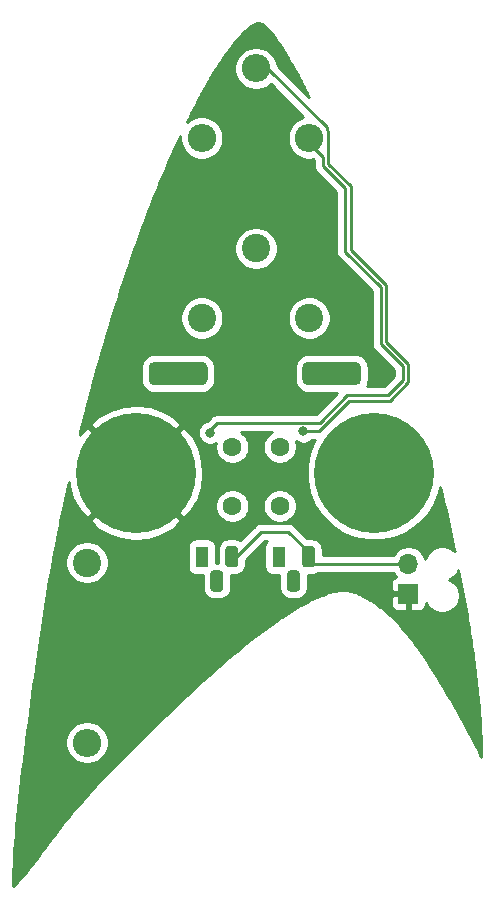
<source format=gbr>
%TF.GenerationSoftware,KiCad,Pcbnew,5.1.10*%
%TF.CreationDate,2021-10-21T14:21:38+02:00*%
%TF.ProjectId,ermerBeeperTHT,65726d65-7242-4656-9570-65725448542e,rev?*%
%TF.SameCoordinates,Original*%
%TF.FileFunction,Copper,L1,Top*%
%TF.FilePolarity,Positive*%
%FSLAX46Y46*%
G04 Gerber Fmt 4.6, Leading zero omitted, Abs format (unit mm)*
G04 Created by KiCad (PCBNEW 5.1.10) date 2021-10-21 14:21:38*
%MOMM*%
%LPD*%
G01*
G04 APERTURE LIST*
%TA.AperFunction,ComponentPad*%
%ADD10O,2.400000X2.400000*%
%TD*%
%TA.AperFunction,ComponentPad*%
%ADD11C,2.400000*%
%TD*%
%TA.AperFunction,ComponentPad*%
%ADD12R,1.100000X1.800000*%
%TD*%
%TA.AperFunction,ComponentPad*%
%ADD13C,10.160000*%
%TD*%
%TA.AperFunction,ComponentPad*%
%ADD14C,1.600000*%
%TD*%
%TA.AperFunction,ComponentPad*%
%ADD15O,1.700000X1.700000*%
%TD*%
%TA.AperFunction,ComponentPad*%
%ADD16R,1.700000X1.700000*%
%TD*%
%TA.AperFunction,ViaPad*%
%ADD17C,0.800000*%
%TD*%
%TA.AperFunction,Conductor*%
%ADD18C,0.250000*%
%TD*%
%TA.AperFunction,Conductor*%
%ADD19C,0.254000*%
%TD*%
%TA.AperFunction,Conductor*%
%ADD20C,0.100000*%
%TD*%
G04 APERTURE END LIST*
D10*
%TO.P,R4,2*%
%TO.N,Net-(C1-Pad1)*%
X58300000Y-69440000D03*
D11*
%TO.P,R4,1*%
%TO.N,Net-(LS1-Pad2)*%
X58300000Y-54200000D03*
%TD*%
D10*
%TO.P,R3,2*%
%TO.N,Net-(C2-Pad1)*%
X72600000Y-12360000D03*
D11*
%TO.P,R3,1*%
%TO.N,Net-(J2-Pad1)*%
X72600000Y-27600000D03*
%TD*%
D10*
%TO.P,R2,2*%
%TO.N,Net-(C1-Pad2)*%
X77100000Y-18260000D03*
D11*
%TO.P,R2,1*%
%TO.N,Net-(J2-Pad1)*%
X77100000Y-33500000D03*
%TD*%
D10*
%TO.P,R1,2*%
%TO.N,Net-(C2-Pad2)*%
X68000000Y-18260000D03*
D11*
%TO.P,R1,1*%
%TO.N,Net-(J2-Pad1)*%
X68000000Y-33500000D03*
%TD*%
D12*
%TO.P,Q2,1*%
%TO.N,Net-(C1-Pad1)*%
X74500000Y-53700000D03*
%TO.P,Q2,3*%
%TO.N,GND*%
%TA.AperFunction,ComponentPad*%
G36*
G01*
X76490000Y-54325000D02*
X76490000Y-53075000D01*
G75*
G02*
X76765000Y-52800000I275000J0D01*
G01*
X77315000Y-52800000D01*
G75*
G02*
X77590000Y-53075000I0J-275000D01*
G01*
X77590000Y-54325000D01*
G75*
G02*
X77315000Y-54600000I-275000J0D01*
G01*
X76765000Y-54600000D01*
G75*
G02*
X76490000Y-54325000I0J275000D01*
G01*
G37*
%TD.AperFunction*%
%TO.P,Q2,2*%
%TO.N,Net-(C2-Pad1)*%
%TA.AperFunction,ComponentPad*%
G36*
G01*
X75220000Y-56395000D02*
X75220000Y-55145000D01*
G75*
G02*
X75495000Y-54870000I275000J0D01*
G01*
X76045000Y-54870000D01*
G75*
G02*
X76320000Y-55145000I0J-275000D01*
G01*
X76320000Y-56395000D01*
G75*
G02*
X76045000Y-56670000I-275000J0D01*
G01*
X75495000Y-56670000D01*
G75*
G02*
X75220000Y-56395000I0J275000D01*
G01*
G37*
%TD.AperFunction*%
%TD*%
%TO.P,Q1,1*%
%TO.N,Net-(C2-Pad2)*%
X68000000Y-53700000D03*
%TO.P,Q1,3*%
%TO.N,GND*%
%TA.AperFunction,ComponentPad*%
G36*
G01*
X69990000Y-54325000D02*
X69990000Y-53075000D01*
G75*
G02*
X70265000Y-52800000I275000J0D01*
G01*
X70815000Y-52800000D01*
G75*
G02*
X71090000Y-53075000I0J-275000D01*
G01*
X71090000Y-54325000D01*
G75*
G02*
X70815000Y-54600000I-275000J0D01*
G01*
X70265000Y-54600000D01*
G75*
G02*
X69990000Y-54325000I0J275000D01*
G01*
G37*
%TD.AperFunction*%
%TO.P,Q1,2*%
%TO.N,Net-(C1-Pad2)*%
%TA.AperFunction,ComponentPad*%
G36*
G01*
X68720000Y-56395000D02*
X68720000Y-55145000D01*
G75*
G02*
X68995000Y-54870000I275000J0D01*
G01*
X69545000Y-54870000D01*
G75*
G02*
X69820000Y-55145000I0J-275000D01*
G01*
X69820000Y-56395000D01*
G75*
G02*
X69545000Y-56670000I-275000J0D01*
G01*
X68995000Y-56670000D01*
G75*
G02*
X68720000Y-56395000I0J275000D01*
G01*
G37*
%TD.AperFunction*%
%TD*%
%TO.P,LS1,2*%
%TO.N,Net-(LS1-Pad2)*%
%TA.AperFunction,ComponentPad*%
G36*
G01*
X68500000Y-37700000D02*
X68500000Y-38700000D01*
G75*
G02*
X68000000Y-39200000I-500000J0D01*
G01*
X64000000Y-39200000D01*
G75*
G02*
X63500000Y-38700000I0J500000D01*
G01*
X63500000Y-37700000D01*
G75*
G02*
X64000000Y-37200000I500000J0D01*
G01*
X68000000Y-37200000D01*
G75*
G02*
X68500000Y-37700000I0J-500000D01*
G01*
G37*
%TD.AperFunction*%
%TO.P,LS1,1*%
%TO.N,Net-(J2-Pad1)*%
%TA.AperFunction,ComponentPad*%
G36*
G01*
X81500000Y-37700000D02*
X81500000Y-38700000D01*
G75*
G02*
X81000000Y-39200000I-500000J0D01*
G01*
X77000000Y-39200000D01*
G75*
G02*
X76500000Y-38700000I0J500000D01*
G01*
X76500000Y-37700000D01*
G75*
G02*
X77000000Y-37200000I500000J0D01*
G01*
X81000000Y-37200000D01*
G75*
G02*
X81500000Y-37700000I0J-500000D01*
G01*
G37*
%TD.AperFunction*%
%TD*%
D13*
%TO.P,J2,1*%
%TO.N,Net-(J2-Pad1)*%
X82600000Y-46600000D03*
%TD*%
%TO.P,J1,1*%
%TO.N,+3V0*%
X62400000Y-46600000D03*
%TD*%
D14*
%TO.P,C2,2*%
%TO.N,Net-(C2-Pad2)*%
X74600000Y-49400000D03*
%TO.P,C2,1*%
%TO.N,Net-(C2-Pad1)*%
X74600000Y-44400000D03*
%TD*%
%TO.P,C1,2*%
%TO.N,Net-(C1-Pad2)*%
X70600000Y-49400000D03*
%TO.P,C1,1*%
%TO.N,Net-(C1-Pad1)*%
X70600000Y-44400000D03*
%TD*%
D15*
%TO.P,BAT1,2*%
%TO.N,GND*%
X85500000Y-54310000D03*
D16*
%TO.P,BAT1,1*%
%TO.N,+3V0*%
X85500000Y-56850000D03*
%TD*%
D17*
%TO.N,Net-(C1-Pad2)*%
X68699999Y-43200000D03*
%TO.N,Net-(C2-Pad1)*%
X76600000Y-43100000D03*
%TD*%
D18*
%TO.N,GND*%
X77250000Y-54310000D02*
X77040000Y-54100000D01*
X85500000Y-54310000D02*
X77250000Y-54310000D01*
X73040000Y-51600000D02*
X70540000Y-54100000D01*
X75300000Y-51600000D02*
X73040000Y-51600000D01*
X77040000Y-53340000D02*
X75300000Y-51600000D01*
X77040000Y-54100000D02*
X77040000Y-53340000D01*
%TO.N,Net-(C1-Pad2)*%
X78274991Y-19834991D02*
X77200000Y-18760000D01*
X78274991Y-20644998D02*
X78274991Y-19834991D01*
X68699999Y-43200000D02*
X68700000Y-43199999D01*
X80149990Y-27886400D02*
X80149990Y-22519997D01*
X68700000Y-43199999D02*
X68700000Y-43000004D01*
X85049990Y-38750010D02*
X85049990Y-37586400D01*
X69325005Y-42374999D02*
X77988591Y-42374999D01*
X83750010Y-40049990D02*
X85049990Y-38750010D01*
X83149990Y-30886400D02*
X80149990Y-27886400D01*
X68700000Y-43000004D02*
X69325005Y-42374999D01*
X80313600Y-40049990D02*
X83750010Y-40049990D01*
X77988591Y-42374999D02*
X80313600Y-40049990D01*
X85049990Y-37586400D02*
X83149991Y-35686401D01*
X83149991Y-35686401D02*
X83149990Y-30886400D01*
X80149990Y-22519997D02*
X78274991Y-20644998D01*
%TO.N,Net-(C2-Pad1)*%
X80600000Y-25300000D02*
X80600000Y-25100000D01*
X83586811Y-30686811D02*
X83600000Y-30726518D01*
X80600000Y-27700000D02*
X83586811Y-30686811D01*
X80600000Y-25300000D02*
X80600000Y-27700000D01*
X83600001Y-35500001D02*
X83600001Y-30726518D01*
X85500000Y-37400000D02*
X83600001Y-35500001D01*
X85500000Y-38936410D02*
X85500000Y-37400000D01*
X83936410Y-40500000D02*
X85500000Y-38936410D01*
X80500000Y-40500000D02*
X83936410Y-40500000D01*
X77900000Y-43100000D02*
X80500000Y-40500000D01*
X76600000Y-43100000D02*
X77900000Y-43100000D01*
X73560000Y-12360000D02*
X72600000Y-12360000D01*
X78564033Y-17364033D02*
X73560000Y-12360000D01*
X78620554Y-17494551D02*
X78564033Y-17364033D01*
X78725001Y-17737571D02*
X78620554Y-17494551D01*
X78725001Y-20458598D02*
X78725001Y-17737571D01*
X80600000Y-22333597D02*
X78725001Y-20458598D01*
X80600000Y-25300000D02*
X80600000Y-22333597D01*
%TD*%
D19*
%TO.N,+3V0*%
X72868425Y-8556689D02*
X72879797Y-8560139D01*
X72883672Y-8560521D01*
X72985857Y-8590349D01*
X73087976Y-8637011D01*
X73213185Y-8713834D01*
X73325221Y-8799001D01*
X73454590Y-8914906D01*
X73531405Y-8992168D01*
X73697982Y-9172822D01*
X73860411Y-9361227D01*
X74018761Y-9556565D01*
X74173385Y-9758289D01*
X74324593Y-9965765D01*
X74472675Y-10178282D01*
X74618085Y-10395326D01*
X74761130Y-10616134D01*
X74902243Y-10840095D01*
X75042076Y-11066921D01*
X75133531Y-11217314D01*
X75279783Y-11461443D01*
X75423872Y-11706390D01*
X75566090Y-11952517D01*
X75706568Y-12199923D01*
X75845454Y-12448756D01*
X75982506Y-12698455D01*
X76118063Y-12949515D01*
X76252018Y-13201606D01*
X76384523Y-13454892D01*
X76515480Y-13709053D01*
X76645067Y-13964306D01*
X76773254Y-14220451D01*
X76900039Y-14477354D01*
X77025615Y-14735263D01*
X77040002Y-14765201D01*
X74430265Y-12155464D01*
X74364482Y-11824750D01*
X74226156Y-11490801D01*
X74025338Y-11190256D01*
X73769744Y-10934662D01*
X73469199Y-10733844D01*
X73135250Y-10595518D01*
X72780732Y-10525000D01*
X72419268Y-10525000D01*
X72064750Y-10595518D01*
X71730801Y-10733844D01*
X71430256Y-10934662D01*
X71174662Y-11190256D01*
X70973844Y-11490801D01*
X70835518Y-11824750D01*
X70765000Y-12179268D01*
X70765000Y-12540732D01*
X70835518Y-12895250D01*
X70973844Y-13229199D01*
X71174662Y-13529744D01*
X71430256Y-13785338D01*
X71730801Y-13986156D01*
X72064750Y-14124482D01*
X72419268Y-14195000D01*
X72780732Y-14195000D01*
X73135250Y-14124482D01*
X73469199Y-13986156D01*
X73769744Y-13785338D01*
X73840140Y-13714942D01*
X76611431Y-16486233D01*
X76564750Y-16495518D01*
X76230801Y-16633844D01*
X75930256Y-16834662D01*
X75674662Y-17090256D01*
X75473844Y-17390801D01*
X75335518Y-17724750D01*
X75265000Y-18079268D01*
X75265000Y-18440732D01*
X75335518Y-18795250D01*
X75473844Y-19129199D01*
X75674662Y-19429744D01*
X75930256Y-19685338D01*
X76230801Y-19886156D01*
X76564750Y-20024482D01*
X76919268Y-20095000D01*
X77280732Y-20095000D01*
X77430423Y-20065225D01*
X77514991Y-20149793D01*
X77514991Y-20607676D01*
X77511315Y-20644998D01*
X77514991Y-20682320D01*
X77514991Y-20682330D01*
X77525988Y-20793983D01*
X77555803Y-20892272D01*
X77569445Y-20937244D01*
X77640017Y-21069274D01*
X77663334Y-21097685D01*
X77734990Y-21184999D01*
X77763994Y-21208802D01*
X79389991Y-22834800D01*
X79389990Y-27849077D01*
X79386314Y-27886400D01*
X79389990Y-27923722D01*
X79389990Y-27923732D01*
X79400987Y-28035385D01*
X79431175Y-28134902D01*
X79444444Y-28178646D01*
X79515016Y-28310676D01*
X79539355Y-28340333D01*
X79609989Y-28426401D01*
X79638993Y-28450204D01*
X82389990Y-31201202D01*
X82389992Y-35649069D01*
X82386315Y-35686401D01*
X82389992Y-35723733D01*
X82389992Y-35723734D01*
X82400989Y-35835387D01*
X82405176Y-35849190D01*
X82444445Y-35978647D01*
X82515017Y-36110677D01*
X82581276Y-36191413D01*
X82609991Y-36226402D01*
X82638989Y-36250200D01*
X84289991Y-37901203D01*
X84289990Y-38435208D01*
X83435209Y-39289990D01*
X81968876Y-39289990D01*
X82051441Y-39135521D01*
X82116204Y-38922027D01*
X82138072Y-38700000D01*
X82138072Y-37700000D01*
X82116204Y-37477973D01*
X82051441Y-37264479D01*
X81946272Y-37067721D01*
X81804738Y-36895262D01*
X81632279Y-36753728D01*
X81435521Y-36648559D01*
X81222027Y-36583796D01*
X81000000Y-36561928D01*
X77000000Y-36561928D01*
X76777973Y-36583796D01*
X76564479Y-36648559D01*
X76367721Y-36753728D01*
X76195262Y-36895262D01*
X76053728Y-37067721D01*
X75948559Y-37264479D01*
X75883796Y-37477973D01*
X75861928Y-37700000D01*
X75861928Y-38700000D01*
X75883796Y-38922027D01*
X75948559Y-39135521D01*
X76053728Y-39332279D01*
X76195262Y-39504738D01*
X76367721Y-39646272D01*
X76564479Y-39751441D01*
X76777973Y-39816204D01*
X77000000Y-39838072D01*
X79450716Y-39838072D01*
X77673790Y-41614999D01*
X69362338Y-41614999D01*
X69325005Y-41611322D01*
X69287672Y-41614999D01*
X69176019Y-41625996D01*
X69032758Y-41669453D01*
X68900729Y-41740025D01*
X68785004Y-41834998D01*
X68761205Y-41863997D01*
X68425973Y-42199230D01*
X68398101Y-42204774D01*
X68209743Y-42282795D01*
X68040225Y-42396063D01*
X67896062Y-42540226D01*
X67782794Y-42709744D01*
X67704773Y-42898102D01*
X67664999Y-43098061D01*
X67664999Y-43301939D01*
X67704773Y-43501898D01*
X67782794Y-43690256D01*
X67896062Y-43859774D01*
X68040225Y-44003937D01*
X68209743Y-44117205D01*
X68398101Y-44195226D01*
X68598060Y-44235000D01*
X68801938Y-44235000D01*
X69001897Y-44195226D01*
X69190255Y-44117205D01*
X69193581Y-44114983D01*
X69165000Y-44258665D01*
X69165000Y-44541335D01*
X69220147Y-44818574D01*
X69328320Y-45079727D01*
X69485363Y-45314759D01*
X69685241Y-45514637D01*
X69920273Y-45671680D01*
X70181426Y-45779853D01*
X70458665Y-45835000D01*
X70741335Y-45835000D01*
X71018574Y-45779853D01*
X71279727Y-45671680D01*
X71514759Y-45514637D01*
X71714637Y-45314759D01*
X71871680Y-45079727D01*
X71979853Y-44818574D01*
X72035000Y-44541335D01*
X72035000Y-44258665D01*
X71979853Y-43981426D01*
X71871680Y-43720273D01*
X71714637Y-43485241D01*
X71514759Y-43285363D01*
X71289723Y-43134999D01*
X73910277Y-43134999D01*
X73685241Y-43285363D01*
X73485363Y-43485241D01*
X73328320Y-43720273D01*
X73220147Y-43981426D01*
X73165000Y-44258665D01*
X73165000Y-44541335D01*
X73220147Y-44818574D01*
X73328320Y-45079727D01*
X73485363Y-45314759D01*
X73685241Y-45514637D01*
X73920273Y-45671680D01*
X74181426Y-45779853D01*
X74458665Y-45835000D01*
X74741335Y-45835000D01*
X75018574Y-45779853D01*
X75279727Y-45671680D01*
X75514759Y-45514637D01*
X75714637Y-45314759D01*
X75871680Y-45079727D01*
X75979853Y-44818574D01*
X76035000Y-44541335D01*
X76035000Y-44258665D01*
X75979853Y-43981426D01*
X75950638Y-43910894D01*
X76109744Y-44017205D01*
X76298102Y-44095226D01*
X76498061Y-44135000D01*
X76701939Y-44135000D01*
X76901898Y-44095226D01*
X77090256Y-44017205D01*
X77259774Y-43903937D01*
X77303711Y-43860000D01*
X77557438Y-43860000D01*
X77535433Y-43892933D01*
X77104625Y-44932996D01*
X76885000Y-46037122D01*
X76885000Y-47162878D01*
X77104625Y-48267004D01*
X77535433Y-49307067D01*
X78160870Y-50243100D01*
X78956900Y-51039130D01*
X79892933Y-51664567D01*
X80932996Y-52095375D01*
X82037122Y-52315000D01*
X83162878Y-52315000D01*
X84267004Y-52095375D01*
X85307067Y-51664567D01*
X86243100Y-51039130D01*
X87039130Y-50243100D01*
X87664567Y-49307067D01*
X88095375Y-48267004D01*
X88182911Y-47826931D01*
X88247918Y-48095820D01*
X88348786Y-48517255D01*
X88448549Y-48938390D01*
X88547389Y-49360077D01*
X88645192Y-49781896D01*
X88741981Y-50204023D01*
X88837659Y-50626104D01*
X88932369Y-51048860D01*
X89025854Y-51471207D01*
X89118239Y-51893781D01*
X89209637Y-52317192D01*
X89299791Y-52740323D01*
X89388824Y-53163837D01*
X89408412Y-53258305D01*
X89296632Y-53146525D01*
X89053411Y-52984010D01*
X88783158Y-52872068D01*
X88496260Y-52815000D01*
X88203740Y-52815000D01*
X87916842Y-52872068D01*
X87646589Y-52984010D01*
X87403368Y-53146525D01*
X87196525Y-53353368D01*
X87034010Y-53596589D01*
X86922929Y-53864763D01*
X86815990Y-53606589D01*
X86653475Y-53363368D01*
X86446632Y-53156525D01*
X86203411Y-52994010D01*
X85933158Y-52882068D01*
X85646260Y-52825000D01*
X85353740Y-52825000D01*
X85066842Y-52882068D01*
X84796589Y-52994010D01*
X84553368Y-53156525D01*
X84346525Y-53363368D01*
X84221822Y-53550000D01*
X78228072Y-53550000D01*
X78228072Y-53075000D01*
X78210528Y-52896868D01*
X78158569Y-52725582D01*
X78074192Y-52567724D01*
X77960639Y-52429361D01*
X77822276Y-52315808D01*
X77664418Y-52231431D01*
X77493132Y-52179472D01*
X77315000Y-52161928D01*
X76936730Y-52161928D01*
X75863804Y-51089003D01*
X75840001Y-51059999D01*
X75724276Y-50965026D01*
X75592247Y-50894454D01*
X75448986Y-50850997D01*
X75337333Y-50840000D01*
X75337322Y-50840000D01*
X75300000Y-50836324D01*
X75262678Y-50840000D01*
X73077323Y-50840000D01*
X73040000Y-50836324D01*
X73002677Y-50840000D01*
X73002667Y-50840000D01*
X72891014Y-50850997D01*
X72769336Y-50887907D01*
X72747753Y-50894454D01*
X72615723Y-50965026D01*
X72576478Y-50997234D01*
X72499999Y-51059999D01*
X72476201Y-51088997D01*
X71274778Y-52290420D01*
X71164418Y-52231431D01*
X70993132Y-52179472D01*
X70815000Y-52161928D01*
X70265000Y-52161928D01*
X70086868Y-52179472D01*
X69915582Y-52231431D01*
X69757724Y-52315808D01*
X69619361Y-52429361D01*
X69505808Y-52567724D01*
X69421431Y-52725582D01*
X69369472Y-52896868D01*
X69351928Y-53075000D01*
X69351928Y-54231928D01*
X69188072Y-54231928D01*
X69188072Y-52800000D01*
X69175812Y-52675518D01*
X69139502Y-52555820D01*
X69080537Y-52445506D01*
X69001185Y-52348815D01*
X68904494Y-52269463D01*
X68794180Y-52210498D01*
X68674482Y-52174188D01*
X68550000Y-52161928D01*
X67450000Y-52161928D01*
X67325518Y-52174188D01*
X67205820Y-52210498D01*
X67095506Y-52269463D01*
X66998815Y-52348815D01*
X66919463Y-52445506D01*
X66860498Y-52555820D01*
X66824188Y-52675518D01*
X66811928Y-52800000D01*
X66811928Y-54600000D01*
X66824188Y-54724482D01*
X66860498Y-54844180D01*
X66919463Y-54954494D01*
X66998815Y-55051185D01*
X67095506Y-55130537D01*
X67205820Y-55189502D01*
X67325518Y-55225812D01*
X67450000Y-55238072D01*
X68081928Y-55238072D01*
X68081928Y-56395000D01*
X68099472Y-56573132D01*
X68151431Y-56744418D01*
X68235808Y-56902276D01*
X68349361Y-57040639D01*
X68487724Y-57154192D01*
X68645582Y-57238569D01*
X68816868Y-57290528D01*
X68995000Y-57308072D01*
X69545000Y-57308072D01*
X69723132Y-57290528D01*
X69894418Y-57238569D01*
X70052276Y-57154192D01*
X70190639Y-57040639D01*
X70304192Y-56902276D01*
X70388569Y-56744418D01*
X70440528Y-56573132D01*
X70458072Y-56395000D01*
X70458072Y-55238072D01*
X70815000Y-55238072D01*
X70993132Y-55220528D01*
X71164418Y-55168569D01*
X71322276Y-55084192D01*
X71460639Y-54970639D01*
X71574192Y-54832276D01*
X71658569Y-54674418D01*
X71710528Y-54503132D01*
X71728072Y-54325000D01*
X71728072Y-53986729D01*
X73354802Y-52360000D01*
X73489636Y-52360000D01*
X73419463Y-52445506D01*
X73360498Y-52555820D01*
X73324188Y-52675518D01*
X73311928Y-52800000D01*
X73311928Y-54600000D01*
X73324188Y-54724482D01*
X73360498Y-54844180D01*
X73419463Y-54954494D01*
X73498815Y-55051185D01*
X73595506Y-55130537D01*
X73705820Y-55189502D01*
X73825518Y-55225812D01*
X73950000Y-55238072D01*
X74581928Y-55238072D01*
X74581928Y-56395000D01*
X74599472Y-56573132D01*
X74651431Y-56744418D01*
X74735808Y-56902276D01*
X74849361Y-57040639D01*
X74987724Y-57154192D01*
X75145582Y-57238569D01*
X75316868Y-57290528D01*
X75495000Y-57308072D01*
X76045000Y-57308072D01*
X76223132Y-57290528D01*
X76394418Y-57238569D01*
X76552276Y-57154192D01*
X76690639Y-57040639D01*
X76804192Y-56902276D01*
X76888569Y-56744418D01*
X76940528Y-56573132D01*
X76958072Y-56395000D01*
X76958072Y-55238072D01*
X77315000Y-55238072D01*
X77493132Y-55220528D01*
X77664418Y-55168569D01*
X77822276Y-55084192D01*
X77839569Y-55070000D01*
X84221822Y-55070000D01*
X84346525Y-55256632D01*
X84478380Y-55388487D01*
X84405820Y-55410498D01*
X84295506Y-55469463D01*
X84198815Y-55548815D01*
X84119463Y-55645506D01*
X84060498Y-55755820D01*
X84024188Y-55875518D01*
X84011928Y-56000000D01*
X84015000Y-56564250D01*
X84173750Y-56723000D01*
X85373000Y-56723000D01*
X85373000Y-56703000D01*
X85627000Y-56703000D01*
X85627000Y-56723000D01*
X85647000Y-56723000D01*
X85647000Y-56977000D01*
X85627000Y-56977000D01*
X85627000Y-58176250D01*
X85785750Y-58335000D01*
X86350000Y-58338072D01*
X86474482Y-58325812D01*
X86594180Y-58289502D01*
X86704494Y-58230537D01*
X86801185Y-58151185D01*
X86880537Y-58054494D01*
X86939502Y-57944180D01*
X86975812Y-57824482D01*
X86988072Y-57700000D01*
X86987479Y-57591075D01*
X87034010Y-57703411D01*
X87196525Y-57946632D01*
X87403368Y-58153475D01*
X87646589Y-58315990D01*
X87916842Y-58427932D01*
X88203740Y-58485000D01*
X88496260Y-58485000D01*
X88783158Y-58427932D01*
X89053411Y-58315990D01*
X89296632Y-58153475D01*
X89503475Y-57946632D01*
X89665990Y-57703411D01*
X89777932Y-57433158D01*
X89835000Y-57146260D01*
X89835000Y-56853740D01*
X89777932Y-56566842D01*
X89665990Y-56296589D01*
X89503475Y-56053368D01*
X89296632Y-55846525D01*
X89053411Y-55684010D01*
X88971303Y-55650000D01*
X89053411Y-55615990D01*
X89296632Y-55453475D01*
X89503475Y-55246632D01*
X89665990Y-55003411D01*
X89730568Y-54847506D01*
X89733027Y-54859897D01*
X89816044Y-55284590D01*
X89897783Y-55709404D01*
X89978207Y-56134225D01*
X90057355Y-56559354D01*
X90135175Y-56984596D01*
X90211745Y-57410486D01*
X90286951Y-57836490D01*
X90360731Y-58262345D01*
X90423190Y-58629484D01*
X90484814Y-58997379D01*
X90545374Y-59364978D01*
X90604953Y-59733085D01*
X90663449Y-60101393D01*
X90720776Y-60469683D01*
X90776930Y-60838266D01*
X90831758Y-61206438D01*
X90885364Y-61575256D01*
X90937641Y-61944356D01*
X90988469Y-62313232D01*
X91037873Y-62682437D01*
X91085761Y-63051669D01*
X91132067Y-63420818D01*
X91176810Y-63790420D01*
X91219852Y-64159763D01*
X91261205Y-64529402D01*
X91300787Y-64899041D01*
X91338570Y-65268902D01*
X91374445Y-65638422D01*
X91408453Y-66008530D01*
X91440460Y-66378354D01*
X91470441Y-66748136D01*
X91498362Y-67118121D01*
X91524153Y-67488032D01*
X91547779Y-67858127D01*
X91569170Y-68228117D01*
X91588276Y-68597935D01*
X91605071Y-68968115D01*
X91619472Y-69337956D01*
X91631447Y-69707919D01*
X91641007Y-70080409D01*
X91641021Y-70080519D01*
X91641060Y-70082365D01*
X91646726Y-70282373D01*
X91646746Y-70282533D01*
X91646961Y-70289460D01*
X91655013Y-70501427D01*
X91655037Y-70501601D01*
X91655187Y-70505687D01*
X91663233Y-70689395D01*
X91591540Y-70527823D01*
X91476229Y-70266965D01*
X91476168Y-70266856D01*
X91475252Y-70264764D01*
X91369471Y-70027569D01*
X91369392Y-70027430D01*
X91366490Y-70020973D01*
X91272088Y-69814777D01*
X91269158Y-69809743D01*
X91267176Y-69804268D01*
X91262693Y-69795037D01*
X91146465Y-69559906D01*
X91142293Y-69553204D01*
X91139342Y-69545875D01*
X91134535Y-69536808D01*
X90965559Y-69223384D01*
X90965498Y-69223269D01*
X90796448Y-68909577D01*
X90796440Y-68909565D01*
X90796337Y-68909371D01*
X90627184Y-68595725D01*
X90627165Y-68595696D01*
X90626901Y-68595200D01*
X90457491Y-68281688D01*
X90457454Y-68281633D01*
X90457035Y-68280847D01*
X90287217Y-67967556D01*
X90287173Y-67967491D01*
X90286588Y-67966398D01*
X90116209Y-67653412D01*
X90116155Y-67653332D01*
X90115404Y-67651937D01*
X89944310Y-67339345D01*
X89944251Y-67339258D01*
X89943329Y-67337557D01*
X89771371Y-67025444D01*
X89771298Y-67025337D01*
X89770207Y-67023340D01*
X89597230Y-66711793D01*
X89597151Y-66711678D01*
X89595885Y-66709381D01*
X89421738Y-66398486D01*
X89421650Y-66398359D01*
X89420203Y-66395760D01*
X89244732Y-66085604D01*
X89244640Y-66085473D01*
X89243008Y-66082573D01*
X89066061Y-65773242D01*
X89065963Y-65773104D01*
X89064142Y-65769907D01*
X88885567Y-65461488D01*
X88885466Y-65461348D01*
X88883448Y-65457852D01*
X88703093Y-65150430D01*
X88702988Y-65150286D01*
X88700769Y-65146496D01*
X88518481Y-64840159D01*
X88518370Y-64840008D01*
X88515946Y-64835932D01*
X88331573Y-64530766D01*
X88331493Y-64530658D01*
X88330291Y-64528653D01*
X88174489Y-64272725D01*
X88174458Y-64272684D01*
X88174028Y-64271968D01*
X88015143Y-64011683D01*
X88015086Y-64011607D01*
X88014234Y-64010197D01*
X87852177Y-63746127D01*
X87852101Y-63746026D01*
X87850836Y-63743949D01*
X87685524Y-63476664D01*
X87685429Y-63476539D01*
X87683753Y-63473815D01*
X87515099Y-63203888D01*
X87514991Y-63203748D01*
X87512899Y-63200389D01*
X87340817Y-62928392D01*
X87340704Y-62928247D01*
X87338184Y-62924260D01*
X87162589Y-62650762D01*
X87162471Y-62650613D01*
X87159508Y-62646005D01*
X86980314Y-62371579D01*
X86980204Y-62371442D01*
X86976770Y-62366203D01*
X86793890Y-62091421D01*
X86793787Y-62091295D01*
X86789865Y-62085437D01*
X86603214Y-61810869D01*
X86603129Y-61810767D01*
X86598678Y-61804275D01*
X86408171Y-61530493D01*
X86408105Y-61530415D01*
X86403096Y-61523292D01*
X86208646Y-61250868D01*
X86208612Y-61250829D01*
X86202993Y-61243058D01*
X86004513Y-60972563D01*
X86004436Y-60972477D01*
X86004376Y-60972376D01*
X85998245Y-60964147D01*
X85795651Y-60696153D01*
X85795270Y-60695740D01*
X85794977Y-60695263D01*
X85788719Y-60687129D01*
X85581925Y-60422207D01*
X85581217Y-60421463D01*
X85580669Y-60420604D01*
X85574276Y-60412576D01*
X85363197Y-60151297D01*
X85362140Y-60150222D01*
X85361310Y-60148972D01*
X85354773Y-60141061D01*
X85139322Y-59883996D01*
X85137886Y-59882588D01*
X85136745Y-59880939D01*
X85130056Y-59873156D01*
X84910145Y-59620879D01*
X84908303Y-59619142D01*
X84906823Y-59617095D01*
X84899973Y-59609453D01*
X84675519Y-59362533D01*
X84673236Y-59360468D01*
X84671379Y-59358017D01*
X84664361Y-59350530D01*
X84435278Y-59109539D01*
X84432519Y-59107153D01*
X84430245Y-59104296D01*
X84423050Y-59096978D01*
X84189251Y-58862488D01*
X84185972Y-58859786D01*
X84183246Y-58856535D01*
X84175868Y-58849403D01*
X83937268Y-58621985D01*
X83933431Y-58618985D01*
X83930206Y-58615343D01*
X83922637Y-58608414D01*
X83679149Y-58388639D01*
X83674715Y-58385361D01*
X83670942Y-58381342D01*
X83663175Y-58374635D01*
X83414716Y-58163076D01*
X83409637Y-58159544D01*
X83405274Y-58155173D01*
X83397305Y-58148707D01*
X83143787Y-57945934D01*
X83138027Y-57942185D01*
X83133020Y-57937486D01*
X83124845Y-57931283D01*
X82866180Y-57737868D01*
X82859701Y-57733946D01*
X82854003Y-57728956D01*
X82845619Y-57723039D01*
X82812484Y-57700000D01*
X84011928Y-57700000D01*
X84024188Y-57824482D01*
X84060498Y-57944180D01*
X84119463Y-58054494D01*
X84198815Y-58151185D01*
X84295506Y-58230537D01*
X84405820Y-58289502D01*
X84525518Y-58325812D01*
X84650000Y-58338072D01*
X85214250Y-58335000D01*
X85373000Y-58176250D01*
X85373000Y-56977000D01*
X84173750Y-56977000D01*
X84015000Y-57135750D01*
X84011928Y-57700000D01*
X82812484Y-57700000D01*
X82581724Y-57539554D01*
X82574491Y-57535510D01*
X82568060Y-57530279D01*
X82559465Y-57524671D01*
X82290255Y-57351686D01*
X82282234Y-57347577D01*
X82275033Y-57342166D01*
X82266230Y-57336892D01*
X81991617Y-57174978D01*
X81982790Y-57170876D01*
X81974789Y-57165354D01*
X81965780Y-57160439D01*
X81685679Y-57010171D01*
X81676048Y-57006159D01*
X81667228Y-57000607D01*
X81658020Y-56996077D01*
X81372346Y-56858023D01*
X81361920Y-56854189D01*
X81352267Y-56848690D01*
X81342868Y-56844571D01*
X81051534Y-56719305D01*
X81001714Y-56703437D01*
X80952825Y-56684952D01*
X80942899Y-56682345D01*
X80525071Y-56575747D01*
X80519186Y-56574845D01*
X80513565Y-56572911D01*
X80448373Y-56563994D01*
X80383279Y-56554019D01*
X80377335Y-56554277D01*
X80371441Y-56553471D01*
X80361184Y-56553151D01*
X79883040Y-56541562D01*
X79825980Y-56545764D01*
X79768804Y-56547699D01*
X79758640Y-56549116D01*
X79224222Y-56627446D01*
X79184337Y-56637345D01*
X79143770Y-56643874D01*
X79133864Y-56646554D01*
X78547215Y-56809718D01*
X78519676Y-56820368D01*
X78491112Y-56827776D01*
X78481502Y-56831376D01*
X77846662Y-57074284D01*
X77827520Y-57083844D01*
X77807260Y-57090688D01*
X77797934Y-57094970D01*
X77118948Y-57412537D01*
X77105495Y-57420514D01*
X77090990Y-57426344D01*
X77081920Y-57431145D01*
X76362827Y-57818283D01*
X76353290Y-57824691D01*
X76342838Y-57829450D01*
X76333994Y-57834655D01*
X75578837Y-58286277D01*
X75572060Y-58291288D01*
X75564523Y-58295061D01*
X75555877Y-58300589D01*
X74768699Y-58811608D01*
X74763911Y-58815429D01*
X74758518Y-58818338D01*
X74750045Y-58824127D01*
X73934887Y-59389454D01*
X73931560Y-59392279D01*
X73927782Y-59394445D01*
X73919461Y-59400450D01*
X73080365Y-60014999D01*
X73078143Y-60016987D01*
X73075593Y-60018524D01*
X73067405Y-60024712D01*
X72208413Y-60683396D01*
X72207034Y-60684686D01*
X72205439Y-60685689D01*
X72197371Y-60692031D01*
X71322526Y-61389763D01*
X71321803Y-61390466D01*
X71320961Y-61391015D01*
X71313001Y-61397491D01*
X70426344Y-62129182D01*
X70426136Y-62129391D01*
X70425894Y-62129554D01*
X70418030Y-62136147D01*
X69523603Y-62896712D01*
X69523572Y-62896744D01*
X69516269Y-62903032D01*
X68618115Y-63687382D01*
X68618046Y-63687455D01*
X68611582Y-63693155D01*
X67713741Y-64496204D01*
X67713648Y-64496305D01*
X67707863Y-64501518D01*
X66814380Y-65318177D01*
X66814272Y-65318297D01*
X66809044Y-65323103D01*
X65923958Y-66148285D01*
X65923844Y-66148414D01*
X65919066Y-66152888D01*
X65046421Y-66981507D01*
X65046304Y-66981642D01*
X65041893Y-66985843D01*
X64185730Y-67812811D01*
X64185609Y-67812953D01*
X64181497Y-67816933D01*
X63345859Y-68637163D01*
X63345741Y-68637303D01*
X63341857Y-68641121D01*
X62530785Y-69449526D01*
X62530667Y-69449669D01*
X62526957Y-69453370D01*
X61744492Y-70244862D01*
X61744375Y-70245006D01*
X61740777Y-70248647D01*
X60990963Y-71018139D01*
X60990843Y-71018289D01*
X60987302Y-71021924D01*
X60274181Y-71764328D01*
X60274069Y-71764470D01*
X60270504Y-71768183D01*
X59598118Y-72478413D01*
X59598001Y-72478563D01*
X59594345Y-72482429D01*
X58966734Y-73155396D01*
X58966622Y-73155543D01*
X58962757Y-73159695D01*
X58383966Y-73790314D01*
X58383860Y-73790455D01*
X58379641Y-73795068D01*
X57853709Y-74378250D01*
X57853618Y-74378373D01*
X57848814Y-74383732D01*
X57379786Y-74914391D01*
X57379732Y-74914466D01*
X57373973Y-74921047D01*
X56965889Y-75394096D01*
X56965874Y-75394117D01*
X56959440Y-75401674D01*
X56772845Y-75623989D01*
X56772780Y-75624083D01*
X56767393Y-75630562D01*
X56576619Y-75863295D01*
X56576526Y-75863434D01*
X56572110Y-75868852D01*
X56377589Y-76110924D01*
X56377488Y-76111078D01*
X56373873Y-76115587D01*
X56176034Y-76365921D01*
X56175935Y-76366075D01*
X56172987Y-76369803D01*
X55972264Y-76627322D01*
X55972170Y-76627470D01*
X55969805Y-76630495D01*
X55766628Y-76894119D01*
X55766547Y-76894248D01*
X55764685Y-76896651D01*
X55559486Y-77165305D01*
X55559421Y-77165410D01*
X55558010Y-77167243D01*
X55351221Y-77439846D01*
X55351168Y-77439932D01*
X55350177Y-77441226D01*
X55142229Y-77716700D01*
X55142193Y-77716758D01*
X55141591Y-77717547D01*
X54932915Y-77994817D01*
X54932898Y-77994844D01*
X54932669Y-77995145D01*
X54723841Y-78272940D01*
X54723836Y-78272946D01*
X54514998Y-78550571D01*
X54307673Y-78825506D01*
X54101484Y-79097744D01*
X53897290Y-79365656D01*
X53695402Y-79628333D01*
X53496264Y-79884702D01*
X53300539Y-80133407D01*
X53108567Y-80373525D01*
X52921070Y-80603658D01*
X52738542Y-80822716D01*
X52561708Y-81029360D01*
X52391192Y-81222412D01*
X52227905Y-81400429D01*
X52072900Y-81561925D01*
X52060646Y-81574009D01*
X52047705Y-81245142D01*
X52044263Y-80806598D01*
X52052157Y-80314909D01*
X52070946Y-79774953D01*
X52100076Y-79190995D01*
X52138930Y-78567048D01*
X52186868Y-77906886D01*
X52243240Y-77214110D01*
X52307351Y-76492724D01*
X52378580Y-75745748D01*
X52456231Y-74976991D01*
X52539642Y-74189837D01*
X52628130Y-73387891D01*
X52721039Y-72574455D01*
X52817670Y-71753215D01*
X52917438Y-70926884D01*
X53019512Y-70100213D01*
X53123413Y-69275060D01*
X53125435Y-69259268D01*
X56465000Y-69259268D01*
X56465000Y-69620732D01*
X56535518Y-69975250D01*
X56673844Y-70309199D01*
X56874662Y-70609744D01*
X57130256Y-70865338D01*
X57430801Y-71066156D01*
X57764750Y-71204482D01*
X58119268Y-71275000D01*
X58480732Y-71275000D01*
X58835250Y-71204482D01*
X59169199Y-71066156D01*
X59469744Y-70865338D01*
X59725338Y-70609744D01*
X59926156Y-70309199D01*
X60064482Y-69975250D01*
X60135000Y-69620732D01*
X60135000Y-69259268D01*
X60064482Y-68904750D01*
X59926156Y-68570801D01*
X59725338Y-68270256D01*
X59469744Y-68014662D01*
X59169199Y-67813844D01*
X58835250Y-67675518D01*
X58480732Y-67605000D01*
X58119268Y-67605000D01*
X57764750Y-67675518D01*
X57430801Y-67813844D01*
X57130256Y-68014662D01*
X56874662Y-68270256D01*
X56673844Y-68570801D01*
X56535518Y-68904750D01*
X56465000Y-69259268D01*
X53125435Y-69259268D01*
X53228335Y-68455933D01*
X53333674Y-67645721D01*
X53438669Y-66848524D01*
X53542859Y-66066168D01*
X53645337Y-65303857D01*
X53745454Y-64564811D01*
X53842780Y-63850673D01*
X53936410Y-63166580D01*
X53936410Y-63166577D01*
X54025639Y-62516177D01*
X54105875Y-61938521D01*
X54187695Y-61362151D01*
X54271318Y-60785523D01*
X54356598Y-60209663D01*
X54443637Y-59633888D01*
X54532467Y-59058016D01*
X54622947Y-58482963D01*
X54715180Y-57908076D01*
X54809229Y-57333007D01*
X54904965Y-56758551D01*
X55002441Y-56184395D01*
X55101649Y-55610601D01*
X55202579Y-55037235D01*
X55305314Y-54463848D01*
X55386369Y-54019268D01*
X56465000Y-54019268D01*
X56465000Y-54380732D01*
X56535518Y-54735250D01*
X56673844Y-55069199D01*
X56874662Y-55369744D01*
X57130256Y-55625338D01*
X57430801Y-55826156D01*
X57764750Y-55964482D01*
X58119268Y-56035000D01*
X58480732Y-56035000D01*
X58835250Y-55964482D01*
X59169199Y-55826156D01*
X59469744Y-55625338D01*
X59725338Y-55369744D01*
X59926156Y-55069199D01*
X60064482Y-54735250D01*
X60135000Y-54380732D01*
X60135000Y-54019268D01*
X60064482Y-53664750D01*
X59926156Y-53330801D01*
X59725338Y-53030256D01*
X59469744Y-52774662D01*
X59169199Y-52573844D01*
X58835250Y-52435518D01*
X58480732Y-52365000D01*
X58119268Y-52365000D01*
X57764750Y-52435518D01*
X57430801Y-52573844D01*
X57130256Y-52774662D01*
X56874662Y-53030256D01*
X56673844Y-53330801D01*
X56535518Y-53664750D01*
X56465000Y-54019268D01*
X55386369Y-54019268D01*
X55409826Y-53890612D01*
X55515938Y-53318509D01*
X55623908Y-52746147D01*
X55733673Y-52173891D01*
X55845093Y-51602480D01*
X55958339Y-51031053D01*
X56037651Y-50637196D01*
X58542409Y-50637196D01*
X59128124Y-51319416D01*
X60111704Y-51867045D01*
X61183223Y-52212265D01*
X62301501Y-52341808D01*
X63423565Y-52250697D01*
X64506294Y-51942433D01*
X65508079Y-51428863D01*
X65671876Y-51319416D01*
X66257591Y-50637196D01*
X62400000Y-46779605D01*
X58542409Y-50637196D01*
X56037651Y-50637196D01*
X56073287Y-50460236D01*
X56189991Y-49889785D01*
X56308488Y-49319524D01*
X56428758Y-48749574D01*
X56550797Y-48179954D01*
X56674449Y-47611404D01*
X56728451Y-47366761D01*
X56749303Y-47623565D01*
X57057567Y-48706294D01*
X57571137Y-49708079D01*
X57680584Y-49871876D01*
X58362804Y-50457591D01*
X62220395Y-46600000D01*
X62579605Y-46600000D01*
X66437196Y-50457591D01*
X67119416Y-49871876D01*
X67460834Y-49258665D01*
X69165000Y-49258665D01*
X69165000Y-49541335D01*
X69220147Y-49818574D01*
X69328320Y-50079727D01*
X69485363Y-50314759D01*
X69685241Y-50514637D01*
X69920273Y-50671680D01*
X70181426Y-50779853D01*
X70458665Y-50835000D01*
X70741335Y-50835000D01*
X71018574Y-50779853D01*
X71279727Y-50671680D01*
X71514759Y-50514637D01*
X71714637Y-50314759D01*
X71871680Y-50079727D01*
X71979853Y-49818574D01*
X72035000Y-49541335D01*
X72035000Y-49258665D01*
X73165000Y-49258665D01*
X73165000Y-49541335D01*
X73220147Y-49818574D01*
X73328320Y-50079727D01*
X73485363Y-50314759D01*
X73685241Y-50514637D01*
X73920273Y-50671680D01*
X74181426Y-50779853D01*
X74458665Y-50835000D01*
X74741335Y-50835000D01*
X75018574Y-50779853D01*
X75279727Y-50671680D01*
X75514759Y-50514637D01*
X75714637Y-50314759D01*
X75871680Y-50079727D01*
X75979853Y-49818574D01*
X76035000Y-49541335D01*
X76035000Y-49258665D01*
X75979853Y-48981426D01*
X75871680Y-48720273D01*
X75714637Y-48485241D01*
X75514759Y-48285363D01*
X75279727Y-48128320D01*
X75018574Y-48020147D01*
X74741335Y-47965000D01*
X74458665Y-47965000D01*
X74181426Y-48020147D01*
X73920273Y-48128320D01*
X73685241Y-48285363D01*
X73485363Y-48485241D01*
X73328320Y-48720273D01*
X73220147Y-48981426D01*
X73165000Y-49258665D01*
X72035000Y-49258665D01*
X71979853Y-48981426D01*
X71871680Y-48720273D01*
X71714637Y-48485241D01*
X71514759Y-48285363D01*
X71279727Y-48128320D01*
X71018574Y-48020147D01*
X70741335Y-47965000D01*
X70458665Y-47965000D01*
X70181426Y-48020147D01*
X69920273Y-48128320D01*
X69685241Y-48285363D01*
X69485363Y-48485241D01*
X69328320Y-48720273D01*
X69220147Y-48981426D01*
X69165000Y-49258665D01*
X67460834Y-49258665D01*
X67667045Y-48888296D01*
X68012265Y-47816777D01*
X68141808Y-46698499D01*
X68050697Y-45576435D01*
X67742433Y-44493706D01*
X67228863Y-43491921D01*
X67119416Y-43328124D01*
X66437196Y-42742409D01*
X62579605Y-46600000D01*
X62220395Y-46600000D01*
X58362804Y-42742409D01*
X57680584Y-43328124D01*
X57654445Y-43375071D01*
X57690270Y-43227620D01*
X57810174Y-42739834D01*
X57854201Y-42562804D01*
X58542409Y-42562804D01*
X62400000Y-46420395D01*
X66257591Y-42562804D01*
X65671876Y-41880584D01*
X64688296Y-41332955D01*
X63616777Y-40987735D01*
X62498499Y-40858192D01*
X61376435Y-40949303D01*
X60293706Y-41257567D01*
X59291921Y-41771137D01*
X59128124Y-41880584D01*
X58542409Y-42562804D01*
X57854201Y-42562804D01*
X57931454Y-42252177D01*
X58054141Y-41764580D01*
X58178163Y-41277391D01*
X58303463Y-40790875D01*
X58430226Y-40304368D01*
X58558292Y-39818539D01*
X58687845Y-39332736D01*
X58818730Y-38847588D01*
X58951030Y-38362848D01*
X59084756Y-37878510D01*
X59134614Y-37700000D01*
X62861928Y-37700000D01*
X62861928Y-38700000D01*
X62883796Y-38922027D01*
X62948559Y-39135521D01*
X63053728Y-39332279D01*
X63195262Y-39504738D01*
X63367721Y-39646272D01*
X63564479Y-39751441D01*
X63777973Y-39816204D01*
X64000000Y-39838072D01*
X68000000Y-39838072D01*
X68222027Y-39816204D01*
X68435521Y-39751441D01*
X68632279Y-39646272D01*
X68804738Y-39504738D01*
X68946272Y-39332279D01*
X69051441Y-39135521D01*
X69116204Y-38922027D01*
X69138072Y-38700000D01*
X69138072Y-37700000D01*
X69116204Y-37477973D01*
X69051441Y-37264479D01*
X68946272Y-37067721D01*
X68804738Y-36895262D01*
X68632279Y-36753728D01*
X68435521Y-36648559D01*
X68222027Y-36583796D01*
X68000000Y-36561928D01*
X64000000Y-36561928D01*
X63777973Y-36583796D01*
X63564479Y-36648559D01*
X63367721Y-36753728D01*
X63195262Y-36895262D01*
X63053728Y-37067721D01*
X62948559Y-37264479D01*
X62883796Y-37477973D01*
X62861928Y-37700000D01*
X59134614Y-37700000D01*
X59219914Y-37394601D01*
X59356602Y-36910834D01*
X59494596Y-36428038D01*
X59634190Y-35945227D01*
X59775124Y-35463351D01*
X59917733Y-34981314D01*
X60061715Y-34500184D01*
X60207253Y-34019386D01*
X60354324Y-33539048D01*
X60422389Y-33319268D01*
X66165000Y-33319268D01*
X66165000Y-33680732D01*
X66235518Y-34035250D01*
X66373844Y-34369199D01*
X66574662Y-34669744D01*
X66830256Y-34925338D01*
X67130801Y-35126156D01*
X67464750Y-35264482D01*
X67819268Y-35335000D01*
X68180732Y-35335000D01*
X68535250Y-35264482D01*
X68869199Y-35126156D01*
X69169744Y-34925338D01*
X69425338Y-34669744D01*
X69626156Y-34369199D01*
X69764482Y-34035250D01*
X69835000Y-33680732D01*
X69835000Y-33319268D01*
X75265000Y-33319268D01*
X75265000Y-33680732D01*
X75335518Y-34035250D01*
X75473844Y-34369199D01*
X75674662Y-34669744D01*
X75930256Y-34925338D01*
X76230801Y-35126156D01*
X76564750Y-35264482D01*
X76919268Y-35335000D01*
X77280732Y-35335000D01*
X77635250Y-35264482D01*
X77969199Y-35126156D01*
X78269744Y-34925338D01*
X78525338Y-34669744D01*
X78726156Y-34369199D01*
X78864482Y-34035250D01*
X78935000Y-33680732D01*
X78935000Y-33319268D01*
X78864482Y-32964750D01*
X78726156Y-32630801D01*
X78525338Y-32330256D01*
X78269744Y-32074662D01*
X77969199Y-31873844D01*
X77635250Y-31735518D01*
X77280732Y-31665000D01*
X76919268Y-31665000D01*
X76564750Y-31735518D01*
X76230801Y-31873844D01*
X75930256Y-32074662D01*
X75674662Y-32330256D01*
X75473844Y-32630801D01*
X75335518Y-32964750D01*
X75265000Y-33319268D01*
X69835000Y-33319268D01*
X69764482Y-32964750D01*
X69626156Y-32630801D01*
X69425338Y-32330256D01*
X69169744Y-32074662D01*
X68869199Y-31873844D01*
X68535250Y-31735518D01*
X68180732Y-31665000D01*
X67819268Y-31665000D01*
X67464750Y-31735518D01*
X67130801Y-31873844D01*
X66830256Y-32074662D01*
X66574662Y-32330256D01*
X66373844Y-32630801D01*
X66235518Y-32964750D01*
X66165000Y-33319268D01*
X60422389Y-33319268D01*
X60502886Y-33059352D01*
X60653061Y-32579950D01*
X60804721Y-32101279D01*
X60957925Y-31623211D01*
X61112841Y-31145259D01*
X61269277Y-30668067D01*
X61427250Y-30191608D01*
X61586825Y-29715738D01*
X61748153Y-29240046D01*
X61911145Y-28764839D01*
X62040367Y-28391366D01*
X62170542Y-28018263D01*
X62301646Y-27645687D01*
X62382018Y-27419268D01*
X70765000Y-27419268D01*
X70765000Y-27780732D01*
X70835518Y-28135250D01*
X70973844Y-28469199D01*
X71174662Y-28769744D01*
X71430256Y-29025338D01*
X71730801Y-29226156D01*
X72064750Y-29364482D01*
X72419268Y-29435000D01*
X72780732Y-29435000D01*
X73135250Y-29364482D01*
X73469199Y-29226156D01*
X73769744Y-29025338D01*
X74025338Y-28769744D01*
X74226156Y-28469199D01*
X74364482Y-28135250D01*
X74435000Y-27780732D01*
X74435000Y-27419268D01*
X74364482Y-27064750D01*
X74226156Y-26730801D01*
X74025338Y-26430256D01*
X73769744Y-26174662D01*
X73469199Y-25973844D01*
X73135250Y-25835518D01*
X72780732Y-25765000D01*
X72419268Y-25765000D01*
X72064750Y-25835518D01*
X71730801Y-25973844D01*
X71430256Y-26174662D01*
X71174662Y-26430256D01*
X70973844Y-26730801D01*
X70835518Y-27064750D01*
X70765000Y-27419268D01*
X62382018Y-27419268D01*
X62433950Y-27272971D01*
X62567203Y-26900922D01*
X62701515Y-26529325D01*
X62836979Y-26158017D01*
X62973551Y-25787211D01*
X63111348Y-25416687D01*
X63250266Y-25046820D01*
X63390452Y-24677305D01*
X63531745Y-24308652D01*
X63674412Y-23940264D01*
X63818387Y-23572397D01*
X63963609Y-23205297D01*
X64110204Y-22838732D01*
X64258257Y-22472581D01*
X64407476Y-22107643D01*
X64558429Y-21742625D01*
X64710597Y-21378865D01*
X64864348Y-21015560D01*
X65019492Y-20653245D01*
X65176386Y-20291174D01*
X65334582Y-19930460D01*
X65494595Y-19570006D01*
X65656026Y-19210796D01*
X65819253Y-18852069D01*
X65984029Y-18494442D01*
X66150571Y-18137527D01*
X66165000Y-18106998D01*
X66165000Y-18440732D01*
X66235518Y-18795250D01*
X66373844Y-19129199D01*
X66574662Y-19429744D01*
X66830256Y-19685338D01*
X67130801Y-19886156D01*
X67464750Y-20024482D01*
X67819268Y-20095000D01*
X68180732Y-20095000D01*
X68535250Y-20024482D01*
X68869199Y-19886156D01*
X69169744Y-19685338D01*
X69425338Y-19429744D01*
X69626156Y-19129199D01*
X69764482Y-18795250D01*
X69835000Y-18440732D01*
X69835000Y-18079268D01*
X69764482Y-17724750D01*
X69626156Y-17390801D01*
X69425338Y-17090256D01*
X69169744Y-16834662D01*
X68869199Y-16633844D01*
X68535250Y-16495518D01*
X68180732Y-16425000D01*
X67819268Y-16425000D01*
X67464750Y-16495518D01*
X67130801Y-16633844D01*
X66830256Y-16834662D01*
X66725672Y-16939246D01*
X66774453Y-16839554D01*
X66889180Y-16606319D01*
X67004315Y-16373699D01*
X67120470Y-16140676D01*
X67237263Y-15908233D01*
X67354940Y-15676099D01*
X67473567Y-15444359D01*
X67593330Y-15212863D01*
X67714034Y-14982202D01*
X67835892Y-14752173D01*
X67958829Y-14523126D01*
X68083190Y-14294622D01*
X68208789Y-14067209D01*
X68335724Y-13840907D01*
X68464214Y-13615524D01*
X68594052Y-13391620D01*
X68725523Y-13168889D01*
X68858625Y-12947532D01*
X68993333Y-12727775D01*
X69129861Y-12509452D01*
X69268088Y-12292939D01*
X69408202Y-12078121D01*
X69550233Y-11865126D01*
X69694183Y-11654123D01*
X69840235Y-11445018D01*
X69988297Y-11238111D01*
X70138546Y-11033317D01*
X70290945Y-10830849D01*
X70445629Y-10630690D01*
X70602594Y-10432996D01*
X70761950Y-10237786D01*
X70924829Y-10043866D01*
X71070982Y-9873245D01*
X71218386Y-9703227D01*
X71364734Y-9538327D01*
X71509902Y-9380393D01*
X71653398Y-9231525D01*
X71794762Y-9093579D01*
X71933154Y-8968526D01*
X72067498Y-8858179D01*
X72190625Y-8768336D01*
X72374971Y-8657364D01*
X72533855Y-8588624D01*
X72670703Y-8554868D01*
X72806843Y-8548623D01*
X72868425Y-8556689D01*
%TA.AperFunction,Conductor*%
D20*
G36*
X72868425Y-8556689D02*
G01*
X72879797Y-8560139D01*
X72883672Y-8560521D01*
X72985857Y-8590349D01*
X73087976Y-8637011D01*
X73213185Y-8713834D01*
X73325221Y-8799001D01*
X73454590Y-8914906D01*
X73531405Y-8992168D01*
X73697982Y-9172822D01*
X73860411Y-9361227D01*
X74018761Y-9556565D01*
X74173385Y-9758289D01*
X74324593Y-9965765D01*
X74472675Y-10178282D01*
X74618085Y-10395326D01*
X74761130Y-10616134D01*
X74902243Y-10840095D01*
X75042076Y-11066921D01*
X75133531Y-11217314D01*
X75279783Y-11461443D01*
X75423872Y-11706390D01*
X75566090Y-11952517D01*
X75706568Y-12199923D01*
X75845454Y-12448756D01*
X75982506Y-12698455D01*
X76118063Y-12949515D01*
X76252018Y-13201606D01*
X76384523Y-13454892D01*
X76515480Y-13709053D01*
X76645067Y-13964306D01*
X76773254Y-14220451D01*
X76900039Y-14477354D01*
X77025615Y-14735263D01*
X77040002Y-14765201D01*
X74430265Y-12155464D01*
X74364482Y-11824750D01*
X74226156Y-11490801D01*
X74025338Y-11190256D01*
X73769744Y-10934662D01*
X73469199Y-10733844D01*
X73135250Y-10595518D01*
X72780732Y-10525000D01*
X72419268Y-10525000D01*
X72064750Y-10595518D01*
X71730801Y-10733844D01*
X71430256Y-10934662D01*
X71174662Y-11190256D01*
X70973844Y-11490801D01*
X70835518Y-11824750D01*
X70765000Y-12179268D01*
X70765000Y-12540732D01*
X70835518Y-12895250D01*
X70973844Y-13229199D01*
X71174662Y-13529744D01*
X71430256Y-13785338D01*
X71730801Y-13986156D01*
X72064750Y-14124482D01*
X72419268Y-14195000D01*
X72780732Y-14195000D01*
X73135250Y-14124482D01*
X73469199Y-13986156D01*
X73769744Y-13785338D01*
X73840140Y-13714942D01*
X76611431Y-16486233D01*
X76564750Y-16495518D01*
X76230801Y-16633844D01*
X75930256Y-16834662D01*
X75674662Y-17090256D01*
X75473844Y-17390801D01*
X75335518Y-17724750D01*
X75265000Y-18079268D01*
X75265000Y-18440732D01*
X75335518Y-18795250D01*
X75473844Y-19129199D01*
X75674662Y-19429744D01*
X75930256Y-19685338D01*
X76230801Y-19886156D01*
X76564750Y-20024482D01*
X76919268Y-20095000D01*
X77280732Y-20095000D01*
X77430423Y-20065225D01*
X77514991Y-20149793D01*
X77514991Y-20607676D01*
X77511315Y-20644998D01*
X77514991Y-20682320D01*
X77514991Y-20682330D01*
X77525988Y-20793983D01*
X77555803Y-20892272D01*
X77569445Y-20937244D01*
X77640017Y-21069274D01*
X77663334Y-21097685D01*
X77734990Y-21184999D01*
X77763994Y-21208802D01*
X79389991Y-22834800D01*
X79389990Y-27849077D01*
X79386314Y-27886400D01*
X79389990Y-27923722D01*
X79389990Y-27923732D01*
X79400987Y-28035385D01*
X79431175Y-28134902D01*
X79444444Y-28178646D01*
X79515016Y-28310676D01*
X79539355Y-28340333D01*
X79609989Y-28426401D01*
X79638993Y-28450204D01*
X82389990Y-31201202D01*
X82389992Y-35649069D01*
X82386315Y-35686401D01*
X82389992Y-35723733D01*
X82389992Y-35723734D01*
X82400989Y-35835387D01*
X82405176Y-35849190D01*
X82444445Y-35978647D01*
X82515017Y-36110677D01*
X82581276Y-36191413D01*
X82609991Y-36226402D01*
X82638989Y-36250200D01*
X84289991Y-37901203D01*
X84289990Y-38435208D01*
X83435209Y-39289990D01*
X81968876Y-39289990D01*
X82051441Y-39135521D01*
X82116204Y-38922027D01*
X82138072Y-38700000D01*
X82138072Y-37700000D01*
X82116204Y-37477973D01*
X82051441Y-37264479D01*
X81946272Y-37067721D01*
X81804738Y-36895262D01*
X81632279Y-36753728D01*
X81435521Y-36648559D01*
X81222027Y-36583796D01*
X81000000Y-36561928D01*
X77000000Y-36561928D01*
X76777973Y-36583796D01*
X76564479Y-36648559D01*
X76367721Y-36753728D01*
X76195262Y-36895262D01*
X76053728Y-37067721D01*
X75948559Y-37264479D01*
X75883796Y-37477973D01*
X75861928Y-37700000D01*
X75861928Y-38700000D01*
X75883796Y-38922027D01*
X75948559Y-39135521D01*
X76053728Y-39332279D01*
X76195262Y-39504738D01*
X76367721Y-39646272D01*
X76564479Y-39751441D01*
X76777973Y-39816204D01*
X77000000Y-39838072D01*
X79450716Y-39838072D01*
X77673790Y-41614999D01*
X69362338Y-41614999D01*
X69325005Y-41611322D01*
X69287672Y-41614999D01*
X69176019Y-41625996D01*
X69032758Y-41669453D01*
X68900729Y-41740025D01*
X68785004Y-41834998D01*
X68761205Y-41863997D01*
X68425973Y-42199230D01*
X68398101Y-42204774D01*
X68209743Y-42282795D01*
X68040225Y-42396063D01*
X67896062Y-42540226D01*
X67782794Y-42709744D01*
X67704773Y-42898102D01*
X67664999Y-43098061D01*
X67664999Y-43301939D01*
X67704773Y-43501898D01*
X67782794Y-43690256D01*
X67896062Y-43859774D01*
X68040225Y-44003937D01*
X68209743Y-44117205D01*
X68398101Y-44195226D01*
X68598060Y-44235000D01*
X68801938Y-44235000D01*
X69001897Y-44195226D01*
X69190255Y-44117205D01*
X69193581Y-44114983D01*
X69165000Y-44258665D01*
X69165000Y-44541335D01*
X69220147Y-44818574D01*
X69328320Y-45079727D01*
X69485363Y-45314759D01*
X69685241Y-45514637D01*
X69920273Y-45671680D01*
X70181426Y-45779853D01*
X70458665Y-45835000D01*
X70741335Y-45835000D01*
X71018574Y-45779853D01*
X71279727Y-45671680D01*
X71514759Y-45514637D01*
X71714637Y-45314759D01*
X71871680Y-45079727D01*
X71979853Y-44818574D01*
X72035000Y-44541335D01*
X72035000Y-44258665D01*
X71979853Y-43981426D01*
X71871680Y-43720273D01*
X71714637Y-43485241D01*
X71514759Y-43285363D01*
X71289723Y-43134999D01*
X73910277Y-43134999D01*
X73685241Y-43285363D01*
X73485363Y-43485241D01*
X73328320Y-43720273D01*
X73220147Y-43981426D01*
X73165000Y-44258665D01*
X73165000Y-44541335D01*
X73220147Y-44818574D01*
X73328320Y-45079727D01*
X73485363Y-45314759D01*
X73685241Y-45514637D01*
X73920273Y-45671680D01*
X74181426Y-45779853D01*
X74458665Y-45835000D01*
X74741335Y-45835000D01*
X75018574Y-45779853D01*
X75279727Y-45671680D01*
X75514759Y-45514637D01*
X75714637Y-45314759D01*
X75871680Y-45079727D01*
X75979853Y-44818574D01*
X76035000Y-44541335D01*
X76035000Y-44258665D01*
X75979853Y-43981426D01*
X75950638Y-43910894D01*
X76109744Y-44017205D01*
X76298102Y-44095226D01*
X76498061Y-44135000D01*
X76701939Y-44135000D01*
X76901898Y-44095226D01*
X77090256Y-44017205D01*
X77259774Y-43903937D01*
X77303711Y-43860000D01*
X77557438Y-43860000D01*
X77535433Y-43892933D01*
X77104625Y-44932996D01*
X76885000Y-46037122D01*
X76885000Y-47162878D01*
X77104625Y-48267004D01*
X77535433Y-49307067D01*
X78160870Y-50243100D01*
X78956900Y-51039130D01*
X79892933Y-51664567D01*
X80932996Y-52095375D01*
X82037122Y-52315000D01*
X83162878Y-52315000D01*
X84267004Y-52095375D01*
X85307067Y-51664567D01*
X86243100Y-51039130D01*
X87039130Y-50243100D01*
X87664567Y-49307067D01*
X88095375Y-48267004D01*
X88182911Y-47826931D01*
X88247918Y-48095820D01*
X88348786Y-48517255D01*
X88448549Y-48938390D01*
X88547389Y-49360077D01*
X88645192Y-49781896D01*
X88741981Y-50204023D01*
X88837659Y-50626104D01*
X88932369Y-51048860D01*
X89025854Y-51471207D01*
X89118239Y-51893781D01*
X89209637Y-52317192D01*
X89299791Y-52740323D01*
X89388824Y-53163837D01*
X89408412Y-53258305D01*
X89296632Y-53146525D01*
X89053411Y-52984010D01*
X88783158Y-52872068D01*
X88496260Y-52815000D01*
X88203740Y-52815000D01*
X87916842Y-52872068D01*
X87646589Y-52984010D01*
X87403368Y-53146525D01*
X87196525Y-53353368D01*
X87034010Y-53596589D01*
X86922929Y-53864763D01*
X86815990Y-53606589D01*
X86653475Y-53363368D01*
X86446632Y-53156525D01*
X86203411Y-52994010D01*
X85933158Y-52882068D01*
X85646260Y-52825000D01*
X85353740Y-52825000D01*
X85066842Y-52882068D01*
X84796589Y-52994010D01*
X84553368Y-53156525D01*
X84346525Y-53363368D01*
X84221822Y-53550000D01*
X78228072Y-53550000D01*
X78228072Y-53075000D01*
X78210528Y-52896868D01*
X78158569Y-52725582D01*
X78074192Y-52567724D01*
X77960639Y-52429361D01*
X77822276Y-52315808D01*
X77664418Y-52231431D01*
X77493132Y-52179472D01*
X77315000Y-52161928D01*
X76936730Y-52161928D01*
X75863804Y-51089003D01*
X75840001Y-51059999D01*
X75724276Y-50965026D01*
X75592247Y-50894454D01*
X75448986Y-50850997D01*
X75337333Y-50840000D01*
X75337322Y-50840000D01*
X75300000Y-50836324D01*
X75262678Y-50840000D01*
X73077323Y-50840000D01*
X73040000Y-50836324D01*
X73002677Y-50840000D01*
X73002667Y-50840000D01*
X72891014Y-50850997D01*
X72769336Y-50887907D01*
X72747753Y-50894454D01*
X72615723Y-50965026D01*
X72576478Y-50997234D01*
X72499999Y-51059999D01*
X72476201Y-51088997D01*
X71274778Y-52290420D01*
X71164418Y-52231431D01*
X70993132Y-52179472D01*
X70815000Y-52161928D01*
X70265000Y-52161928D01*
X70086868Y-52179472D01*
X69915582Y-52231431D01*
X69757724Y-52315808D01*
X69619361Y-52429361D01*
X69505808Y-52567724D01*
X69421431Y-52725582D01*
X69369472Y-52896868D01*
X69351928Y-53075000D01*
X69351928Y-54231928D01*
X69188072Y-54231928D01*
X69188072Y-52800000D01*
X69175812Y-52675518D01*
X69139502Y-52555820D01*
X69080537Y-52445506D01*
X69001185Y-52348815D01*
X68904494Y-52269463D01*
X68794180Y-52210498D01*
X68674482Y-52174188D01*
X68550000Y-52161928D01*
X67450000Y-52161928D01*
X67325518Y-52174188D01*
X67205820Y-52210498D01*
X67095506Y-52269463D01*
X66998815Y-52348815D01*
X66919463Y-52445506D01*
X66860498Y-52555820D01*
X66824188Y-52675518D01*
X66811928Y-52800000D01*
X66811928Y-54600000D01*
X66824188Y-54724482D01*
X66860498Y-54844180D01*
X66919463Y-54954494D01*
X66998815Y-55051185D01*
X67095506Y-55130537D01*
X67205820Y-55189502D01*
X67325518Y-55225812D01*
X67450000Y-55238072D01*
X68081928Y-55238072D01*
X68081928Y-56395000D01*
X68099472Y-56573132D01*
X68151431Y-56744418D01*
X68235808Y-56902276D01*
X68349361Y-57040639D01*
X68487724Y-57154192D01*
X68645582Y-57238569D01*
X68816868Y-57290528D01*
X68995000Y-57308072D01*
X69545000Y-57308072D01*
X69723132Y-57290528D01*
X69894418Y-57238569D01*
X70052276Y-57154192D01*
X70190639Y-57040639D01*
X70304192Y-56902276D01*
X70388569Y-56744418D01*
X70440528Y-56573132D01*
X70458072Y-56395000D01*
X70458072Y-55238072D01*
X70815000Y-55238072D01*
X70993132Y-55220528D01*
X71164418Y-55168569D01*
X71322276Y-55084192D01*
X71460639Y-54970639D01*
X71574192Y-54832276D01*
X71658569Y-54674418D01*
X71710528Y-54503132D01*
X71728072Y-54325000D01*
X71728072Y-53986729D01*
X73354802Y-52360000D01*
X73489636Y-52360000D01*
X73419463Y-52445506D01*
X73360498Y-52555820D01*
X73324188Y-52675518D01*
X73311928Y-52800000D01*
X73311928Y-54600000D01*
X73324188Y-54724482D01*
X73360498Y-54844180D01*
X73419463Y-54954494D01*
X73498815Y-55051185D01*
X73595506Y-55130537D01*
X73705820Y-55189502D01*
X73825518Y-55225812D01*
X73950000Y-55238072D01*
X74581928Y-55238072D01*
X74581928Y-56395000D01*
X74599472Y-56573132D01*
X74651431Y-56744418D01*
X74735808Y-56902276D01*
X74849361Y-57040639D01*
X74987724Y-57154192D01*
X75145582Y-57238569D01*
X75316868Y-57290528D01*
X75495000Y-57308072D01*
X76045000Y-57308072D01*
X76223132Y-57290528D01*
X76394418Y-57238569D01*
X76552276Y-57154192D01*
X76690639Y-57040639D01*
X76804192Y-56902276D01*
X76888569Y-56744418D01*
X76940528Y-56573132D01*
X76958072Y-56395000D01*
X76958072Y-55238072D01*
X77315000Y-55238072D01*
X77493132Y-55220528D01*
X77664418Y-55168569D01*
X77822276Y-55084192D01*
X77839569Y-55070000D01*
X84221822Y-55070000D01*
X84346525Y-55256632D01*
X84478380Y-55388487D01*
X84405820Y-55410498D01*
X84295506Y-55469463D01*
X84198815Y-55548815D01*
X84119463Y-55645506D01*
X84060498Y-55755820D01*
X84024188Y-55875518D01*
X84011928Y-56000000D01*
X84015000Y-56564250D01*
X84173750Y-56723000D01*
X85373000Y-56723000D01*
X85373000Y-56703000D01*
X85627000Y-56703000D01*
X85627000Y-56723000D01*
X85647000Y-56723000D01*
X85647000Y-56977000D01*
X85627000Y-56977000D01*
X85627000Y-58176250D01*
X85785750Y-58335000D01*
X86350000Y-58338072D01*
X86474482Y-58325812D01*
X86594180Y-58289502D01*
X86704494Y-58230537D01*
X86801185Y-58151185D01*
X86880537Y-58054494D01*
X86939502Y-57944180D01*
X86975812Y-57824482D01*
X86988072Y-57700000D01*
X86987479Y-57591075D01*
X87034010Y-57703411D01*
X87196525Y-57946632D01*
X87403368Y-58153475D01*
X87646589Y-58315990D01*
X87916842Y-58427932D01*
X88203740Y-58485000D01*
X88496260Y-58485000D01*
X88783158Y-58427932D01*
X89053411Y-58315990D01*
X89296632Y-58153475D01*
X89503475Y-57946632D01*
X89665990Y-57703411D01*
X89777932Y-57433158D01*
X89835000Y-57146260D01*
X89835000Y-56853740D01*
X89777932Y-56566842D01*
X89665990Y-56296589D01*
X89503475Y-56053368D01*
X89296632Y-55846525D01*
X89053411Y-55684010D01*
X88971303Y-55650000D01*
X89053411Y-55615990D01*
X89296632Y-55453475D01*
X89503475Y-55246632D01*
X89665990Y-55003411D01*
X89730568Y-54847506D01*
X89733027Y-54859897D01*
X89816044Y-55284590D01*
X89897783Y-55709404D01*
X89978207Y-56134225D01*
X90057355Y-56559354D01*
X90135175Y-56984596D01*
X90211745Y-57410486D01*
X90286951Y-57836490D01*
X90360731Y-58262345D01*
X90423190Y-58629484D01*
X90484814Y-58997379D01*
X90545374Y-59364978D01*
X90604953Y-59733085D01*
X90663449Y-60101393D01*
X90720776Y-60469683D01*
X90776930Y-60838266D01*
X90831758Y-61206438D01*
X90885364Y-61575256D01*
X90937641Y-61944356D01*
X90988469Y-62313232D01*
X91037873Y-62682437D01*
X91085761Y-63051669D01*
X91132067Y-63420818D01*
X91176810Y-63790420D01*
X91219852Y-64159763D01*
X91261205Y-64529402D01*
X91300787Y-64899041D01*
X91338570Y-65268902D01*
X91374445Y-65638422D01*
X91408453Y-66008530D01*
X91440460Y-66378354D01*
X91470441Y-66748136D01*
X91498362Y-67118121D01*
X91524153Y-67488032D01*
X91547779Y-67858127D01*
X91569170Y-68228117D01*
X91588276Y-68597935D01*
X91605071Y-68968115D01*
X91619472Y-69337956D01*
X91631447Y-69707919D01*
X91641007Y-70080409D01*
X91641021Y-70080519D01*
X91641060Y-70082365D01*
X91646726Y-70282373D01*
X91646746Y-70282533D01*
X91646961Y-70289460D01*
X91655013Y-70501427D01*
X91655037Y-70501601D01*
X91655187Y-70505687D01*
X91663233Y-70689395D01*
X91591540Y-70527823D01*
X91476229Y-70266965D01*
X91476168Y-70266856D01*
X91475252Y-70264764D01*
X91369471Y-70027569D01*
X91369392Y-70027430D01*
X91366490Y-70020973D01*
X91272088Y-69814777D01*
X91269158Y-69809743D01*
X91267176Y-69804268D01*
X91262693Y-69795037D01*
X91146465Y-69559906D01*
X91142293Y-69553204D01*
X91139342Y-69545875D01*
X91134535Y-69536808D01*
X90965559Y-69223384D01*
X90965498Y-69223269D01*
X90796448Y-68909577D01*
X90796440Y-68909565D01*
X90796337Y-68909371D01*
X90627184Y-68595725D01*
X90627165Y-68595696D01*
X90626901Y-68595200D01*
X90457491Y-68281688D01*
X90457454Y-68281633D01*
X90457035Y-68280847D01*
X90287217Y-67967556D01*
X90287173Y-67967491D01*
X90286588Y-67966398D01*
X90116209Y-67653412D01*
X90116155Y-67653332D01*
X90115404Y-67651937D01*
X89944310Y-67339345D01*
X89944251Y-67339258D01*
X89943329Y-67337557D01*
X89771371Y-67025444D01*
X89771298Y-67025337D01*
X89770207Y-67023340D01*
X89597230Y-66711793D01*
X89597151Y-66711678D01*
X89595885Y-66709381D01*
X89421738Y-66398486D01*
X89421650Y-66398359D01*
X89420203Y-66395760D01*
X89244732Y-66085604D01*
X89244640Y-66085473D01*
X89243008Y-66082573D01*
X89066061Y-65773242D01*
X89065963Y-65773104D01*
X89064142Y-65769907D01*
X88885567Y-65461488D01*
X88885466Y-65461348D01*
X88883448Y-65457852D01*
X88703093Y-65150430D01*
X88702988Y-65150286D01*
X88700769Y-65146496D01*
X88518481Y-64840159D01*
X88518370Y-64840008D01*
X88515946Y-64835932D01*
X88331573Y-64530766D01*
X88331493Y-64530658D01*
X88330291Y-64528653D01*
X88174489Y-64272725D01*
X88174458Y-64272684D01*
X88174028Y-64271968D01*
X88015143Y-64011683D01*
X88015086Y-64011607D01*
X88014234Y-64010197D01*
X87852177Y-63746127D01*
X87852101Y-63746026D01*
X87850836Y-63743949D01*
X87685524Y-63476664D01*
X87685429Y-63476539D01*
X87683753Y-63473815D01*
X87515099Y-63203888D01*
X87514991Y-63203748D01*
X87512899Y-63200389D01*
X87340817Y-62928392D01*
X87340704Y-62928247D01*
X87338184Y-62924260D01*
X87162589Y-62650762D01*
X87162471Y-62650613D01*
X87159508Y-62646005D01*
X86980314Y-62371579D01*
X86980204Y-62371442D01*
X86976770Y-62366203D01*
X86793890Y-62091421D01*
X86793787Y-62091295D01*
X86789865Y-62085437D01*
X86603214Y-61810869D01*
X86603129Y-61810767D01*
X86598678Y-61804275D01*
X86408171Y-61530493D01*
X86408105Y-61530415D01*
X86403096Y-61523292D01*
X86208646Y-61250868D01*
X86208612Y-61250829D01*
X86202993Y-61243058D01*
X86004513Y-60972563D01*
X86004436Y-60972477D01*
X86004376Y-60972376D01*
X85998245Y-60964147D01*
X85795651Y-60696153D01*
X85795270Y-60695740D01*
X85794977Y-60695263D01*
X85788719Y-60687129D01*
X85581925Y-60422207D01*
X85581217Y-60421463D01*
X85580669Y-60420604D01*
X85574276Y-60412576D01*
X85363197Y-60151297D01*
X85362140Y-60150222D01*
X85361310Y-60148972D01*
X85354773Y-60141061D01*
X85139322Y-59883996D01*
X85137886Y-59882588D01*
X85136745Y-59880939D01*
X85130056Y-59873156D01*
X84910145Y-59620879D01*
X84908303Y-59619142D01*
X84906823Y-59617095D01*
X84899973Y-59609453D01*
X84675519Y-59362533D01*
X84673236Y-59360468D01*
X84671379Y-59358017D01*
X84664361Y-59350530D01*
X84435278Y-59109539D01*
X84432519Y-59107153D01*
X84430245Y-59104296D01*
X84423050Y-59096978D01*
X84189251Y-58862488D01*
X84185972Y-58859786D01*
X84183246Y-58856535D01*
X84175868Y-58849403D01*
X83937268Y-58621985D01*
X83933431Y-58618985D01*
X83930206Y-58615343D01*
X83922637Y-58608414D01*
X83679149Y-58388639D01*
X83674715Y-58385361D01*
X83670942Y-58381342D01*
X83663175Y-58374635D01*
X83414716Y-58163076D01*
X83409637Y-58159544D01*
X83405274Y-58155173D01*
X83397305Y-58148707D01*
X83143787Y-57945934D01*
X83138027Y-57942185D01*
X83133020Y-57937486D01*
X83124845Y-57931283D01*
X82866180Y-57737868D01*
X82859701Y-57733946D01*
X82854003Y-57728956D01*
X82845619Y-57723039D01*
X82812484Y-57700000D01*
X84011928Y-57700000D01*
X84024188Y-57824482D01*
X84060498Y-57944180D01*
X84119463Y-58054494D01*
X84198815Y-58151185D01*
X84295506Y-58230537D01*
X84405820Y-58289502D01*
X84525518Y-58325812D01*
X84650000Y-58338072D01*
X85214250Y-58335000D01*
X85373000Y-58176250D01*
X85373000Y-56977000D01*
X84173750Y-56977000D01*
X84015000Y-57135750D01*
X84011928Y-57700000D01*
X82812484Y-57700000D01*
X82581724Y-57539554D01*
X82574491Y-57535510D01*
X82568060Y-57530279D01*
X82559465Y-57524671D01*
X82290255Y-57351686D01*
X82282234Y-57347577D01*
X82275033Y-57342166D01*
X82266230Y-57336892D01*
X81991617Y-57174978D01*
X81982790Y-57170876D01*
X81974789Y-57165354D01*
X81965780Y-57160439D01*
X81685679Y-57010171D01*
X81676048Y-57006159D01*
X81667228Y-57000607D01*
X81658020Y-56996077D01*
X81372346Y-56858023D01*
X81361920Y-56854189D01*
X81352267Y-56848690D01*
X81342868Y-56844571D01*
X81051534Y-56719305D01*
X81001714Y-56703437D01*
X80952825Y-56684952D01*
X80942899Y-56682345D01*
X80525071Y-56575747D01*
X80519186Y-56574845D01*
X80513565Y-56572911D01*
X80448373Y-56563994D01*
X80383279Y-56554019D01*
X80377335Y-56554277D01*
X80371441Y-56553471D01*
X80361184Y-56553151D01*
X79883040Y-56541562D01*
X79825980Y-56545764D01*
X79768804Y-56547699D01*
X79758640Y-56549116D01*
X79224222Y-56627446D01*
X79184337Y-56637345D01*
X79143770Y-56643874D01*
X79133864Y-56646554D01*
X78547215Y-56809718D01*
X78519676Y-56820368D01*
X78491112Y-56827776D01*
X78481502Y-56831376D01*
X77846662Y-57074284D01*
X77827520Y-57083844D01*
X77807260Y-57090688D01*
X77797934Y-57094970D01*
X77118948Y-57412537D01*
X77105495Y-57420514D01*
X77090990Y-57426344D01*
X77081920Y-57431145D01*
X76362827Y-57818283D01*
X76353290Y-57824691D01*
X76342838Y-57829450D01*
X76333994Y-57834655D01*
X75578837Y-58286277D01*
X75572060Y-58291288D01*
X75564523Y-58295061D01*
X75555877Y-58300589D01*
X74768699Y-58811608D01*
X74763911Y-58815429D01*
X74758518Y-58818338D01*
X74750045Y-58824127D01*
X73934887Y-59389454D01*
X73931560Y-59392279D01*
X73927782Y-59394445D01*
X73919461Y-59400450D01*
X73080365Y-60014999D01*
X73078143Y-60016987D01*
X73075593Y-60018524D01*
X73067405Y-60024712D01*
X72208413Y-60683396D01*
X72207034Y-60684686D01*
X72205439Y-60685689D01*
X72197371Y-60692031D01*
X71322526Y-61389763D01*
X71321803Y-61390466D01*
X71320961Y-61391015D01*
X71313001Y-61397491D01*
X70426344Y-62129182D01*
X70426136Y-62129391D01*
X70425894Y-62129554D01*
X70418030Y-62136147D01*
X69523603Y-62896712D01*
X69523572Y-62896744D01*
X69516269Y-62903032D01*
X68618115Y-63687382D01*
X68618046Y-63687455D01*
X68611582Y-63693155D01*
X67713741Y-64496204D01*
X67713648Y-64496305D01*
X67707863Y-64501518D01*
X66814380Y-65318177D01*
X66814272Y-65318297D01*
X66809044Y-65323103D01*
X65923958Y-66148285D01*
X65923844Y-66148414D01*
X65919066Y-66152888D01*
X65046421Y-66981507D01*
X65046304Y-66981642D01*
X65041893Y-66985843D01*
X64185730Y-67812811D01*
X64185609Y-67812953D01*
X64181497Y-67816933D01*
X63345859Y-68637163D01*
X63345741Y-68637303D01*
X63341857Y-68641121D01*
X62530785Y-69449526D01*
X62530667Y-69449669D01*
X62526957Y-69453370D01*
X61744492Y-70244862D01*
X61744375Y-70245006D01*
X61740777Y-70248647D01*
X60990963Y-71018139D01*
X60990843Y-71018289D01*
X60987302Y-71021924D01*
X60274181Y-71764328D01*
X60274069Y-71764470D01*
X60270504Y-71768183D01*
X59598118Y-72478413D01*
X59598001Y-72478563D01*
X59594345Y-72482429D01*
X58966734Y-73155396D01*
X58966622Y-73155543D01*
X58962757Y-73159695D01*
X58383966Y-73790314D01*
X58383860Y-73790455D01*
X58379641Y-73795068D01*
X57853709Y-74378250D01*
X57853618Y-74378373D01*
X57848814Y-74383732D01*
X57379786Y-74914391D01*
X57379732Y-74914466D01*
X57373973Y-74921047D01*
X56965889Y-75394096D01*
X56965874Y-75394117D01*
X56959440Y-75401674D01*
X56772845Y-75623989D01*
X56772780Y-75624083D01*
X56767393Y-75630562D01*
X56576619Y-75863295D01*
X56576526Y-75863434D01*
X56572110Y-75868852D01*
X56377589Y-76110924D01*
X56377488Y-76111078D01*
X56373873Y-76115587D01*
X56176034Y-76365921D01*
X56175935Y-76366075D01*
X56172987Y-76369803D01*
X55972264Y-76627322D01*
X55972170Y-76627470D01*
X55969805Y-76630495D01*
X55766628Y-76894119D01*
X55766547Y-76894248D01*
X55764685Y-76896651D01*
X55559486Y-77165305D01*
X55559421Y-77165410D01*
X55558010Y-77167243D01*
X55351221Y-77439846D01*
X55351168Y-77439932D01*
X55350177Y-77441226D01*
X55142229Y-77716700D01*
X55142193Y-77716758D01*
X55141591Y-77717547D01*
X54932915Y-77994817D01*
X54932898Y-77994844D01*
X54932669Y-77995145D01*
X54723841Y-78272940D01*
X54723836Y-78272946D01*
X54514998Y-78550571D01*
X54307673Y-78825506D01*
X54101484Y-79097744D01*
X53897290Y-79365656D01*
X53695402Y-79628333D01*
X53496264Y-79884702D01*
X53300539Y-80133407D01*
X53108567Y-80373525D01*
X52921070Y-80603658D01*
X52738542Y-80822716D01*
X52561708Y-81029360D01*
X52391192Y-81222412D01*
X52227905Y-81400429D01*
X52072900Y-81561925D01*
X52060646Y-81574009D01*
X52047705Y-81245142D01*
X52044263Y-80806598D01*
X52052157Y-80314909D01*
X52070946Y-79774953D01*
X52100076Y-79190995D01*
X52138930Y-78567048D01*
X52186868Y-77906886D01*
X52243240Y-77214110D01*
X52307351Y-76492724D01*
X52378580Y-75745748D01*
X52456231Y-74976991D01*
X52539642Y-74189837D01*
X52628130Y-73387891D01*
X52721039Y-72574455D01*
X52817670Y-71753215D01*
X52917438Y-70926884D01*
X53019512Y-70100213D01*
X53123413Y-69275060D01*
X53125435Y-69259268D01*
X56465000Y-69259268D01*
X56465000Y-69620732D01*
X56535518Y-69975250D01*
X56673844Y-70309199D01*
X56874662Y-70609744D01*
X57130256Y-70865338D01*
X57430801Y-71066156D01*
X57764750Y-71204482D01*
X58119268Y-71275000D01*
X58480732Y-71275000D01*
X58835250Y-71204482D01*
X59169199Y-71066156D01*
X59469744Y-70865338D01*
X59725338Y-70609744D01*
X59926156Y-70309199D01*
X60064482Y-69975250D01*
X60135000Y-69620732D01*
X60135000Y-69259268D01*
X60064482Y-68904750D01*
X59926156Y-68570801D01*
X59725338Y-68270256D01*
X59469744Y-68014662D01*
X59169199Y-67813844D01*
X58835250Y-67675518D01*
X58480732Y-67605000D01*
X58119268Y-67605000D01*
X57764750Y-67675518D01*
X57430801Y-67813844D01*
X57130256Y-68014662D01*
X56874662Y-68270256D01*
X56673844Y-68570801D01*
X56535518Y-68904750D01*
X56465000Y-69259268D01*
X53125435Y-69259268D01*
X53228335Y-68455933D01*
X53333674Y-67645721D01*
X53438669Y-66848524D01*
X53542859Y-66066168D01*
X53645337Y-65303857D01*
X53745454Y-64564811D01*
X53842780Y-63850673D01*
X53936410Y-63166580D01*
X53936410Y-63166577D01*
X54025639Y-62516177D01*
X54105875Y-61938521D01*
X54187695Y-61362151D01*
X54271318Y-60785523D01*
X54356598Y-60209663D01*
X54443637Y-59633888D01*
X54532467Y-59058016D01*
X54622947Y-58482963D01*
X54715180Y-57908076D01*
X54809229Y-57333007D01*
X54904965Y-56758551D01*
X55002441Y-56184395D01*
X55101649Y-55610601D01*
X55202579Y-55037235D01*
X55305314Y-54463848D01*
X55386369Y-54019268D01*
X56465000Y-54019268D01*
X56465000Y-54380732D01*
X56535518Y-54735250D01*
X56673844Y-55069199D01*
X56874662Y-55369744D01*
X57130256Y-55625338D01*
X57430801Y-55826156D01*
X57764750Y-55964482D01*
X58119268Y-56035000D01*
X58480732Y-56035000D01*
X58835250Y-55964482D01*
X59169199Y-55826156D01*
X59469744Y-55625338D01*
X59725338Y-55369744D01*
X59926156Y-55069199D01*
X60064482Y-54735250D01*
X60135000Y-54380732D01*
X60135000Y-54019268D01*
X60064482Y-53664750D01*
X59926156Y-53330801D01*
X59725338Y-53030256D01*
X59469744Y-52774662D01*
X59169199Y-52573844D01*
X58835250Y-52435518D01*
X58480732Y-52365000D01*
X58119268Y-52365000D01*
X57764750Y-52435518D01*
X57430801Y-52573844D01*
X57130256Y-52774662D01*
X56874662Y-53030256D01*
X56673844Y-53330801D01*
X56535518Y-53664750D01*
X56465000Y-54019268D01*
X55386369Y-54019268D01*
X55409826Y-53890612D01*
X55515938Y-53318509D01*
X55623908Y-52746147D01*
X55733673Y-52173891D01*
X55845093Y-51602480D01*
X55958339Y-51031053D01*
X56037651Y-50637196D01*
X58542409Y-50637196D01*
X59128124Y-51319416D01*
X60111704Y-51867045D01*
X61183223Y-52212265D01*
X62301501Y-52341808D01*
X63423565Y-52250697D01*
X64506294Y-51942433D01*
X65508079Y-51428863D01*
X65671876Y-51319416D01*
X66257591Y-50637196D01*
X62400000Y-46779605D01*
X58542409Y-50637196D01*
X56037651Y-50637196D01*
X56073287Y-50460236D01*
X56189991Y-49889785D01*
X56308488Y-49319524D01*
X56428758Y-48749574D01*
X56550797Y-48179954D01*
X56674449Y-47611404D01*
X56728451Y-47366761D01*
X56749303Y-47623565D01*
X57057567Y-48706294D01*
X57571137Y-49708079D01*
X57680584Y-49871876D01*
X58362804Y-50457591D01*
X62220395Y-46600000D01*
X62579605Y-46600000D01*
X66437196Y-50457591D01*
X67119416Y-49871876D01*
X67460834Y-49258665D01*
X69165000Y-49258665D01*
X69165000Y-49541335D01*
X69220147Y-49818574D01*
X69328320Y-50079727D01*
X69485363Y-50314759D01*
X69685241Y-50514637D01*
X69920273Y-50671680D01*
X70181426Y-50779853D01*
X70458665Y-50835000D01*
X70741335Y-50835000D01*
X71018574Y-50779853D01*
X71279727Y-50671680D01*
X71514759Y-50514637D01*
X71714637Y-50314759D01*
X71871680Y-50079727D01*
X71979853Y-49818574D01*
X72035000Y-49541335D01*
X72035000Y-49258665D01*
X73165000Y-49258665D01*
X73165000Y-49541335D01*
X73220147Y-49818574D01*
X73328320Y-50079727D01*
X73485363Y-50314759D01*
X73685241Y-50514637D01*
X73920273Y-50671680D01*
X74181426Y-50779853D01*
X74458665Y-50835000D01*
X74741335Y-50835000D01*
X75018574Y-50779853D01*
X75279727Y-50671680D01*
X75514759Y-50514637D01*
X75714637Y-50314759D01*
X75871680Y-50079727D01*
X75979853Y-49818574D01*
X76035000Y-49541335D01*
X76035000Y-49258665D01*
X75979853Y-48981426D01*
X75871680Y-48720273D01*
X75714637Y-48485241D01*
X75514759Y-48285363D01*
X75279727Y-48128320D01*
X75018574Y-48020147D01*
X74741335Y-47965000D01*
X74458665Y-47965000D01*
X74181426Y-48020147D01*
X73920273Y-48128320D01*
X73685241Y-48285363D01*
X73485363Y-48485241D01*
X73328320Y-48720273D01*
X73220147Y-48981426D01*
X73165000Y-49258665D01*
X72035000Y-49258665D01*
X71979853Y-48981426D01*
X71871680Y-48720273D01*
X71714637Y-48485241D01*
X71514759Y-48285363D01*
X71279727Y-48128320D01*
X71018574Y-48020147D01*
X70741335Y-47965000D01*
X70458665Y-47965000D01*
X70181426Y-48020147D01*
X69920273Y-48128320D01*
X69685241Y-48285363D01*
X69485363Y-48485241D01*
X69328320Y-48720273D01*
X69220147Y-48981426D01*
X69165000Y-49258665D01*
X67460834Y-49258665D01*
X67667045Y-48888296D01*
X68012265Y-47816777D01*
X68141808Y-46698499D01*
X68050697Y-45576435D01*
X67742433Y-44493706D01*
X67228863Y-43491921D01*
X67119416Y-43328124D01*
X66437196Y-42742409D01*
X62579605Y-46600000D01*
X62220395Y-46600000D01*
X58362804Y-42742409D01*
X57680584Y-43328124D01*
X57654445Y-43375071D01*
X57690270Y-43227620D01*
X57810174Y-42739834D01*
X57854201Y-42562804D01*
X58542409Y-42562804D01*
X62400000Y-46420395D01*
X66257591Y-42562804D01*
X65671876Y-41880584D01*
X64688296Y-41332955D01*
X63616777Y-40987735D01*
X62498499Y-40858192D01*
X61376435Y-40949303D01*
X60293706Y-41257567D01*
X59291921Y-41771137D01*
X59128124Y-41880584D01*
X58542409Y-42562804D01*
X57854201Y-42562804D01*
X57931454Y-42252177D01*
X58054141Y-41764580D01*
X58178163Y-41277391D01*
X58303463Y-40790875D01*
X58430226Y-40304368D01*
X58558292Y-39818539D01*
X58687845Y-39332736D01*
X58818730Y-38847588D01*
X58951030Y-38362848D01*
X59084756Y-37878510D01*
X59134614Y-37700000D01*
X62861928Y-37700000D01*
X62861928Y-38700000D01*
X62883796Y-38922027D01*
X62948559Y-39135521D01*
X63053728Y-39332279D01*
X63195262Y-39504738D01*
X63367721Y-39646272D01*
X63564479Y-39751441D01*
X63777973Y-39816204D01*
X64000000Y-39838072D01*
X68000000Y-39838072D01*
X68222027Y-39816204D01*
X68435521Y-39751441D01*
X68632279Y-39646272D01*
X68804738Y-39504738D01*
X68946272Y-39332279D01*
X69051441Y-39135521D01*
X69116204Y-38922027D01*
X69138072Y-38700000D01*
X69138072Y-37700000D01*
X69116204Y-37477973D01*
X69051441Y-37264479D01*
X68946272Y-37067721D01*
X68804738Y-36895262D01*
X68632279Y-36753728D01*
X68435521Y-36648559D01*
X68222027Y-36583796D01*
X68000000Y-36561928D01*
X64000000Y-36561928D01*
X63777973Y-36583796D01*
X63564479Y-36648559D01*
X63367721Y-36753728D01*
X63195262Y-36895262D01*
X63053728Y-37067721D01*
X62948559Y-37264479D01*
X62883796Y-37477973D01*
X62861928Y-37700000D01*
X59134614Y-37700000D01*
X59219914Y-37394601D01*
X59356602Y-36910834D01*
X59494596Y-36428038D01*
X59634190Y-35945227D01*
X59775124Y-35463351D01*
X59917733Y-34981314D01*
X60061715Y-34500184D01*
X60207253Y-34019386D01*
X60354324Y-33539048D01*
X60422389Y-33319268D01*
X66165000Y-33319268D01*
X66165000Y-33680732D01*
X66235518Y-34035250D01*
X66373844Y-34369199D01*
X66574662Y-34669744D01*
X66830256Y-34925338D01*
X67130801Y-35126156D01*
X67464750Y-35264482D01*
X67819268Y-35335000D01*
X68180732Y-35335000D01*
X68535250Y-35264482D01*
X68869199Y-35126156D01*
X69169744Y-34925338D01*
X69425338Y-34669744D01*
X69626156Y-34369199D01*
X69764482Y-34035250D01*
X69835000Y-33680732D01*
X69835000Y-33319268D01*
X75265000Y-33319268D01*
X75265000Y-33680732D01*
X75335518Y-34035250D01*
X75473844Y-34369199D01*
X75674662Y-34669744D01*
X75930256Y-34925338D01*
X76230801Y-35126156D01*
X76564750Y-35264482D01*
X76919268Y-35335000D01*
X77280732Y-35335000D01*
X77635250Y-35264482D01*
X77969199Y-35126156D01*
X78269744Y-34925338D01*
X78525338Y-34669744D01*
X78726156Y-34369199D01*
X78864482Y-34035250D01*
X78935000Y-33680732D01*
X78935000Y-33319268D01*
X78864482Y-32964750D01*
X78726156Y-32630801D01*
X78525338Y-32330256D01*
X78269744Y-32074662D01*
X77969199Y-31873844D01*
X77635250Y-31735518D01*
X77280732Y-31665000D01*
X76919268Y-31665000D01*
X76564750Y-31735518D01*
X76230801Y-31873844D01*
X75930256Y-32074662D01*
X75674662Y-32330256D01*
X75473844Y-32630801D01*
X75335518Y-32964750D01*
X75265000Y-33319268D01*
X69835000Y-33319268D01*
X69764482Y-32964750D01*
X69626156Y-32630801D01*
X69425338Y-32330256D01*
X69169744Y-32074662D01*
X68869199Y-31873844D01*
X68535250Y-31735518D01*
X68180732Y-31665000D01*
X67819268Y-31665000D01*
X67464750Y-31735518D01*
X67130801Y-31873844D01*
X66830256Y-32074662D01*
X66574662Y-32330256D01*
X66373844Y-32630801D01*
X66235518Y-32964750D01*
X66165000Y-33319268D01*
X60422389Y-33319268D01*
X60502886Y-33059352D01*
X60653061Y-32579950D01*
X60804721Y-32101279D01*
X60957925Y-31623211D01*
X61112841Y-31145259D01*
X61269277Y-30668067D01*
X61427250Y-30191608D01*
X61586825Y-29715738D01*
X61748153Y-29240046D01*
X61911145Y-28764839D01*
X62040367Y-28391366D01*
X62170542Y-28018263D01*
X62301646Y-27645687D01*
X62382018Y-27419268D01*
X70765000Y-27419268D01*
X70765000Y-27780732D01*
X70835518Y-28135250D01*
X70973844Y-28469199D01*
X71174662Y-28769744D01*
X71430256Y-29025338D01*
X71730801Y-29226156D01*
X72064750Y-29364482D01*
X72419268Y-29435000D01*
X72780732Y-29435000D01*
X73135250Y-29364482D01*
X73469199Y-29226156D01*
X73769744Y-29025338D01*
X74025338Y-28769744D01*
X74226156Y-28469199D01*
X74364482Y-28135250D01*
X74435000Y-27780732D01*
X74435000Y-27419268D01*
X74364482Y-27064750D01*
X74226156Y-26730801D01*
X74025338Y-26430256D01*
X73769744Y-26174662D01*
X73469199Y-25973844D01*
X73135250Y-25835518D01*
X72780732Y-25765000D01*
X72419268Y-25765000D01*
X72064750Y-25835518D01*
X71730801Y-25973844D01*
X71430256Y-26174662D01*
X71174662Y-26430256D01*
X70973844Y-26730801D01*
X70835518Y-27064750D01*
X70765000Y-27419268D01*
X62382018Y-27419268D01*
X62433950Y-27272971D01*
X62567203Y-26900922D01*
X62701515Y-26529325D01*
X62836979Y-26158017D01*
X62973551Y-25787211D01*
X63111348Y-25416687D01*
X63250266Y-25046820D01*
X63390452Y-24677305D01*
X63531745Y-24308652D01*
X63674412Y-23940264D01*
X63818387Y-23572397D01*
X63963609Y-23205297D01*
X64110204Y-22838732D01*
X64258257Y-22472581D01*
X64407476Y-22107643D01*
X64558429Y-21742625D01*
X64710597Y-21378865D01*
X64864348Y-21015560D01*
X65019492Y-20653245D01*
X65176386Y-20291174D01*
X65334582Y-19930460D01*
X65494595Y-19570006D01*
X65656026Y-19210796D01*
X65819253Y-18852069D01*
X65984029Y-18494442D01*
X66150571Y-18137527D01*
X66165000Y-18106998D01*
X66165000Y-18440732D01*
X66235518Y-18795250D01*
X66373844Y-19129199D01*
X66574662Y-19429744D01*
X66830256Y-19685338D01*
X67130801Y-19886156D01*
X67464750Y-20024482D01*
X67819268Y-20095000D01*
X68180732Y-20095000D01*
X68535250Y-20024482D01*
X68869199Y-19886156D01*
X69169744Y-19685338D01*
X69425338Y-19429744D01*
X69626156Y-19129199D01*
X69764482Y-18795250D01*
X69835000Y-18440732D01*
X69835000Y-18079268D01*
X69764482Y-17724750D01*
X69626156Y-17390801D01*
X69425338Y-17090256D01*
X69169744Y-16834662D01*
X68869199Y-16633844D01*
X68535250Y-16495518D01*
X68180732Y-16425000D01*
X67819268Y-16425000D01*
X67464750Y-16495518D01*
X67130801Y-16633844D01*
X66830256Y-16834662D01*
X66725672Y-16939246D01*
X66774453Y-16839554D01*
X66889180Y-16606319D01*
X67004315Y-16373699D01*
X67120470Y-16140676D01*
X67237263Y-15908233D01*
X67354940Y-15676099D01*
X67473567Y-15444359D01*
X67593330Y-15212863D01*
X67714034Y-14982202D01*
X67835892Y-14752173D01*
X67958829Y-14523126D01*
X68083190Y-14294622D01*
X68208789Y-14067209D01*
X68335724Y-13840907D01*
X68464214Y-13615524D01*
X68594052Y-13391620D01*
X68725523Y-13168889D01*
X68858625Y-12947532D01*
X68993333Y-12727775D01*
X69129861Y-12509452D01*
X69268088Y-12292939D01*
X69408202Y-12078121D01*
X69550233Y-11865126D01*
X69694183Y-11654123D01*
X69840235Y-11445018D01*
X69988297Y-11238111D01*
X70138546Y-11033317D01*
X70290945Y-10830849D01*
X70445629Y-10630690D01*
X70602594Y-10432996D01*
X70761950Y-10237786D01*
X70924829Y-10043866D01*
X71070982Y-9873245D01*
X71218386Y-9703227D01*
X71364734Y-9538327D01*
X71509902Y-9380393D01*
X71653398Y-9231525D01*
X71794762Y-9093579D01*
X71933154Y-8968526D01*
X72067498Y-8858179D01*
X72190625Y-8768336D01*
X72374971Y-8657364D01*
X72533855Y-8588624D01*
X72670703Y-8554868D01*
X72806843Y-8548623D01*
X72868425Y-8556689D01*
G37*
%TD.AperFunction*%
%TD*%
M02*

</source>
